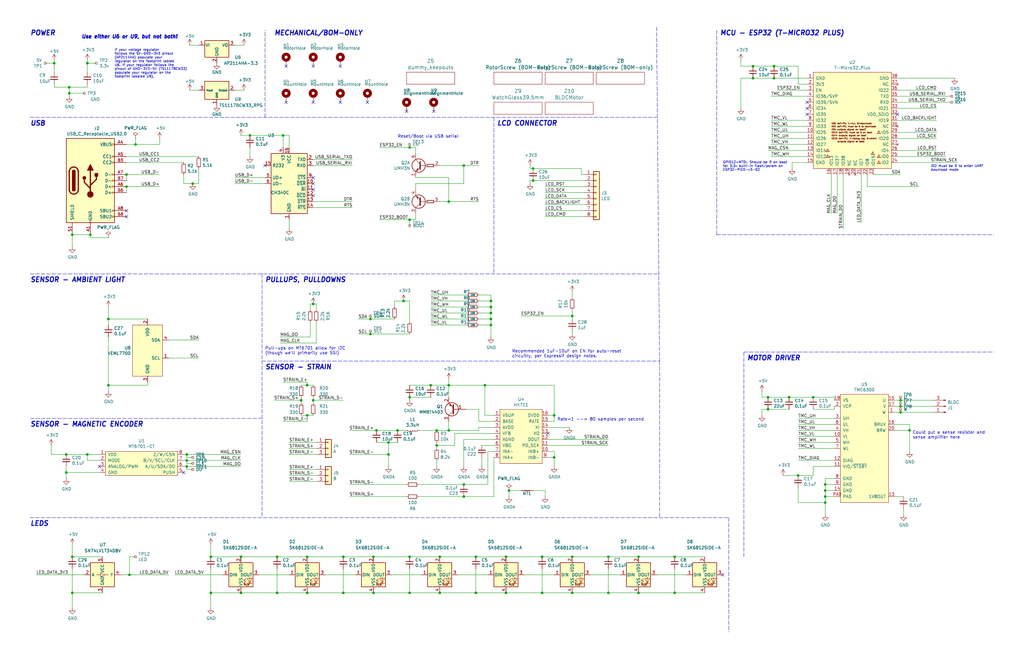
<source format=kicad_sch>
(kicad_sch (version 20231120) (generator "eeschema") (generator_version "8.0")
  (paper "B")
  (title_block (title "SmartKnob View") (rev "${RELEASE_VERSION}") (company "Scott Bezek") (comment 2 "${COMMIT_DATE_LONG}") (comment 3 "${COMMIT_HASH}"))
  (junction (at 200.66 250.19))
  (junction (at 228.6 234.95))
  (junction (at 36.83 191.77))
  (junction (at 81.28 77.47))
  (junction (at 323.85 167.64))
  (junction (at 144.78 250.19))
  (junction (at 172.72 250.19))
  (junction (at 29.21 39.37))
  (junction (at 269.24 250.19))
  (junction (at 184.15 187.96))
  (junction (at 204.47 162.56))
  (junction (at 332.74 167.64))
  (junction (at 129.54 175.26))
  (junction (at 207.01 137.16))
  (junction (at 105.41 57.15))
  (junction (at 195.58 209.55))
  (junction (at 284.48 234.95))
  (junction (at 228.6 250.19))
  (junction (at 347.98 209.55))
  (junction (at 379.73 171.45))
  (junction (at 78.74 194.31))
  (junction (at 88.9 234.95))
  (junction (at 189.23 162.56))
  (junction (at 129.54 234.95))
  (junction (at 45.72 162.56))
  (junction (at 207.01 132.08))
  (junction (at 317.5 27.94))
  (junction (at 200.66 234.95))
  (junction (at 241.3 133.35))
  (junction (at 317.5 33.02))
  (junction (at 144.78 234.95))
  (junction (at 184.15 181.61))
  (junction (at 241.3 250.19))
  (junction (at 323.85 172.72))
  (junction (at 129.54 162.56))
  (junction (at 195.58 204.47))
  (junction (at 129.54 250.19))
  (junction (at 256.54 250.19))
  (junction (at 101.6 250.19))
  (junction (at 342.9 167.64))
  (junction (at 78.74 196.85))
  (junction (at 167.64 181.61))
  (junction (at 27.94 191.77))
  (junction (at 213.36 234.95))
  (junction (at 326.39 27.94))
  (junction (at 189.23 85.09))
  (junction (at 38.1 99.06))
  (junction (at 78.74 191.77))
  (junction (at 53.34 78.74))
  (junction (at 157.48 234.95))
  (junction (at 383.54 181.61))
  (junction (at 29.21 36.83))
  (junction (at 172.72 234.95))
  (junction (at 347.98 212.09))
  (junction (at 172.72 167.64))
  (junction (at 156.21 140.97))
  (junction (at 157.48 250.19))
  (junction (at 132.08 128.27))
  (junction (at 101.6 234.95))
  (junction (at 185.42 234.95))
  (junction (at 207.01 127))
  (junction (at 36.83 26.67))
  (junction (at 347.98 207.01))
  (junction (at 116.84 234.95))
  (junction (at 284.48 250.19))
  (junction (at 30.48 250.19))
  (junction (at 45.72 134.62))
  (junction (at 54.61 242.57))
  (junction (at 30.48 234.95))
  (junction (at 233.68 193.04))
  (junction (at 269.24 234.95))
  (junction (at 22.86 26.67))
  (junction (at 213.36 250.19))
  (junction (at 53.34 73.66))
  (junction (at 170.18 127))
  (junction (at 326.39 33.02))
  (junction (at 189.23 181.61))
  (junction (at 158.75 181.61))
  (junction (at 224.79 71.12))
  (junction (at 163.83 191.77))
  (junction (at 163.83 186.69))
  (junction (at 156.21 134.62))
  (junction (at 233.68 175.26))
  (junction (at 181.61 162.56))
  (junction (at 241.3 234.95))
  (junction (at 336.55 200.66))
  (junction (at 224.79 76.2))
  (junction (at 132.08 168.91))
  (junction (at 195.58 69.85))
  (junction (at 379.73 173.99))
  (junction (at 207.01 129.54))
  (junction (at 27.94 199.39))
  (junction (at 172.72 92.71))
  (junction (at 379.73 168.91))
  (junction (at 185.42 250.19))
  (junction (at 119.38 57.15))
  (junction (at 116.84 250.19))
  (junction (at 127 168.91))
  (junction (at 214.63 207.01))
  (junction (at 88.9 250.19))
  (junction (at 57.15 60.96))
  (junction (at 172.72 62.23))
  (junction (at 347.98 204.47))
  (junction (at 256.54 234.95))
  (junction (at 207.01 134.62))
  (junction (at 30.48 99.06))
  (no_connect (at 132.08 43.18))
  (no_connect (at 231.14 182.88))
  (no_connect (at 132.08 77.47))
  (no_connect (at 132.08 74.93))
  (no_connect (at 304.8 242.57))
  (no_connect (at 132.08 27.94))
  (no_connect (at 340.36 45.72))
  (no_connect (at 132.08 80.01))
  (no_connect (at 340.36 48.26))
  (no_connect (at 120.65 27.94))
  (no_connect (at 111.76 69.85))
  (no_connect (at 53.34 91.44))
  (no_connect (at 77.47 199.39))
  (no_connect (at 120.65 43.18))
  (no_connect (at 378.46 48.26))
  (no_connect (at 171.45 46.99))
  (no_connect (at 154.94 43.18))
  (no_connect (at 143.51 43.18))
  (no_connect (at 53.34 88.9))
  (no_connect (at 182.88 46.99))
  (no_connect (at 340.36 43.18))
  (no_connect (at 132.08 82.55))
  (no_connect (at 143.51 27.94))
  (no_connect (at 41.91 196.85))
  (wire (pts (xy 80.01 19.05) (xy 83.82 19.05)))
  (wire (pts (xy 88.9 240.03) (xy 88.9 250.19)))
  (wire (pts (xy 220.98 242.57) (xy 233.68 242.57)))
  (wire (pts (xy 231.14 180.34) (xy 240.03 180.34)))
  (wire (pts (xy 157.48 234.95) (xy 172.72 234.95)))
  (wire (pts (xy 144.78 234.95) (xy 157.48 234.95)))
  (wire (pts (xy 353.06 73.66) (xy 353.06 90.17)))
  (wire (pts (xy 229.87 207.01) (xy 229.87 209.55)))
  (wire (pts (xy 321.31 167.64) (xy 323.85 167.64)))
  (wire (pts (xy 121.92 62.23) (xy 121.92 57.15)))
  (wire (pts (xy 228.6 234.95) (xy 241.3 234.95)))
  (wire (pts (xy 53.34 68.58) (xy 77.47 68.58)))
  (wire (pts (xy 207.01 124.46) (xy 207.01 127)))
  (wire (pts (xy 207.01 137.16) (xy 207.01 142.24)))
  (wire (pts (xy 241.3 125.73) (xy 241.3 123.19)))
  (wire (pts (xy 196.85 172.72) (xy 201.93 172.72)))
  (wire (pts (xy 81.28 198.12) (xy 78.74 198.12)))
  (wire (pts (xy 36.83 194.31) (xy 36.83 191.77)))
  (wire (pts (xy 377.19 181.61) (xy 383.54 181.61)))
  (wire (pts (xy 223.52 69.85) (xy 223.52 71.12)))
  (wire (pts (xy 151.13 134.62) (xy 156.21 134.62)))
  (wire (pts (xy 45.72 134.62) (xy 62.23 134.62)))
  (wire (pts (xy 351.79 209.55) (xy 347.98 209.55)))
  (wire (pts (xy 29.21 39.37) (xy 29.21 40.64)))
  (wire (pts (xy 116.84 250.19) (xy 129.54 250.19)))
  (wire (pts (xy 105.41 62.23) (xy 105.41 66.04)))
  (wire (pts (xy 137.16 242.57) (xy 149.86 242.57)))
  (polyline (pts (xy 208.28 49.53) (xy 208.28 115.57)) (stroke (width 0) (type dash)))
  (polyline (pts (xy 12.7 218.44) (xy 307.34 218.44)) (stroke (width 0) (type dash)))
  (wire (pts (xy 378.46 66.04) (xy 398.78 66.04)))
  (wire (pts (xy 54.61 242.57) (xy 71.12 242.57)))
  (wire (pts (xy 200.66 250.19) (xy 213.36 250.19)))
  (wire (pts (xy 156.21 134.62) (xy 166.37 134.62)))
  (wire (pts (xy 378.46 68.58) (xy 403.86 68.58)))
  (wire (pts (xy 241.3 250.19) (xy 256.54 250.19)))
  (wire (pts (xy 175.26 62.23) (xy 175.26 64.77)))
  (wire (pts (xy 38.1 99.06) (xy 38.1 100.33)))
  (wire (pts (xy 269.24 250.19) (xy 284.48 250.19)))
  (wire (pts (xy 116.84 240.03) (xy 116.84 250.19)))
  (wire (pts (xy 351.79 189.23) (xy 336.55 189.23)))
  (wire (pts (xy 176.53 204.47) (xy 195.58 204.47)))
  (wire (pts (xy 241.3 133.35) (xy 241.3 130.81)))
  (polyline (pts (xy 313.69 234.95) (xy 313.69 148.59)) (stroke (width 0) (type dash)))
  (wire (pts (xy 53.34 66.04) (xy 83.82 66.04)))
  (wire (pts (xy 127 168.91) (xy 127 170.18)))
  (wire (pts (xy 200.66 240.03) (xy 200.66 250.19)))
  (wire (pts (xy 246.38 83.82) (xy 229.87 83.82)))
  (wire (pts (xy 80.01 38.1) (xy 83.82 38.1)))
  (wire (pts (xy 231.14 190.5) (xy 233.68 190.5)))
  (wire (pts (xy 330.2 200.66) (xy 336.55 200.66)))
  (wire (pts (xy 377.19 209.55) (xy 381 209.55)))
  (wire (pts (xy 166.37 127) (xy 170.18 127)))
  (wire (pts (xy 115.57 168.91) (xy 127 168.91)))
  (wire (pts (xy 27.94 199.39) (xy 27.94 201.93)))
  (wire (pts (xy 195.58 209.55) (xy 208.28 209.55)))
  (wire (pts (xy 195.58 185.42) (xy 195.58 196.85)))
  (wire (pts (xy 176.53 181.61) (xy 184.15 181.61)))
  (wire (pts (xy 231.14 193.04) (xy 233.68 193.04)))
  (wire (pts (xy 233.68 175.26) (xy 231.14 175.26)))
  (wire (pts (xy 323.85 167.64) (xy 332.74 167.64)))
  (wire (pts (xy 189.23 162.56) (xy 189.23 160.02)))
  (wire (pts (xy 189.23 85.09) (xy 201.93 85.09)))
  (wire (pts (xy 158.75 186.69) (xy 163.83 186.69)))
  (wire (pts (xy 81.28 77.47) (xy 83.82 77.47)))
  (wire (pts (xy 379.73 168.91) (xy 393.7 168.91)))
  (wire (pts (xy 111.76 74.93) (xy 99.06 74.93)))
  (wire (pts (xy 394.97 50.8) (xy 378.46 50.8)))
  (wire (pts (xy 78.74 194.31) (xy 101.6 194.31)))
  (wire (pts (xy 365.76 78.74) (xy 387.35 78.74)))
  (wire (pts (xy 383.54 181.61) (xy 383.54 190.5)))
  (wire (pts (xy 172.72 127) (xy 172.72 135.89)))
  (wire (pts (xy 81.28 193.04) (xy 78.74 193.04)))
  (wire (pts (xy 78.74 195.58) (xy 78.74 194.31)))
  (wire (pts (xy 326.39 33.02) (xy 317.5 33.02)))
  (wire (pts (xy 351.79 184.15) (xy 336.55 184.15)))
  (wire (pts (xy 29.21 39.37) (xy 35.56 39.37)))
  (polyline (pts (xy 307.34 218.44) (xy 307.34 266.7)) (stroke (width 0) (type dash)))
  (wire (pts (xy 347.98 201.93) (xy 351.79 201.93)))
  (wire (pts (xy 172.72 234.95) (xy 185.42 234.95)))
  (wire (pts (xy 321.31 172.72) (xy 323.85 172.72)))
  (wire (pts (xy 83.82 151.13) (xy 71.12 151.13)))
  (wire (pts (xy 163.83 186.69) (xy 167.64 186.69)))
  (wire (pts (xy 121.92 57.15) (xy 119.38 57.15)))
  (wire (pts (xy 189.23 74.93) (xy 189.23 85.09)))
  (wire (pts (xy 336.55 27.94) (xy 326.39 27.94)))
  (wire (pts (xy 347.98 207.01) (xy 347.98 204.47)))
  (wire (pts (xy 336.55 35.56) (xy 336.55 27.94)))
  (wire (pts (xy 172.72 250.19) (xy 185.42 250.19)))
  (wire (pts (xy 347.98 209.55) (xy 347.98 207.01)))
  (wire (pts (xy 185.42 250.19) (xy 200.66 250.19)))
  (wire (pts (xy 171.45 204.47) (xy 147.32 204.47)))
  (wire (pts (xy 340.36 53.34) (xy 325.12 53.34)))
  (wire (pts (xy 184.15 186.69) (xy 184.15 187.96)))
  (wire (pts (xy 30.48 240.03) (xy 30.48 250.19)))
  (wire (pts (xy 378.46 40.64) (xy 401.32 40.64)))
  (wire (pts (xy 158.75 181.61) (xy 167.64 181.61)))
  (wire (pts (xy 351.79 176.53) (xy 336.55 176.53)))
  (wire (pts (xy 30.48 256.54) (xy 30.48 250.19)))
  (wire (pts (xy 233.68 190.5) (xy 233.68 193.04)))
  (wire (pts (xy 172.72 168.91) (xy 172.72 167.64)))
  (wire (pts (xy 81.28 195.58) (xy 78.74 195.58)))
  (wire (pts (xy 118.11 144.78) (xy 133.35 144.78)))
  (wire (pts (xy 201.93 172.72) (xy 201.93 177.8)))
  (wire (pts (xy 233.68 177.8) (xy 233.68 175.26)))
  (wire (pts (xy 342.9 200.66) (xy 342.9 196.85)))
  (wire (pts (xy 207.01 127) (xy 207.01 129.54)))
  (wire (pts (xy 204.47 175.26) (xy 208.28 175.26)))
  (wire (pts (xy 147.32 181.61) (xy 158.75 181.61)))
  (wire (pts (xy 201.93 129.54) (xy 207.01 129.54)))
  (wire (pts (xy 378.46 43.18) (xy 401.32 43.18)))
  (wire (pts (xy 121.92 186.69) (xy 133.35 186.69)))
  (wire (pts (xy 36.83 26.67) (xy 36.83 30.48)))
  (wire (pts (xy 246.38 73.66) (xy 245.11 73.66)))
  (wire (pts (xy 175.26 80.01) (xy 175.26 77.47)))
  (wire (pts (xy 147.32 209.55) (xy 171.45 209.55)))
  (wire (pts (xy 119.38 177.8) (xy 129.54 177.8)))
  (wire (pts (xy 181.61 167.64) (xy 172.72 167.64)))
  (wire (pts (xy 213.36 250.19) (xy 228.6 250.19)))
  (wire (pts (xy 147.32 191.77) (xy 163.83 191.77)))
  (wire (pts (xy 204.47 162.56) (xy 233.68 162.56)))
  (wire (pts (xy 203.2 187.96) (xy 208.28 187.96)))
  (wire (pts (xy 57.15 234.95) (xy 54.61 234.95)))
  (wire (pts (xy 175.26 74.93) (xy 189.23 74.93)))
  (wire (pts (xy 340.36 58.42) (xy 325.12 58.42)))
  (wire (pts (xy 127 175.26) (xy 129.54 175.26)))
  (wire (pts (xy 200.66 234.95) (xy 213.36 234.95)))
  (wire (pts (xy 132.08 168.91) (xy 144.78 168.91)))
  (wire (pts (xy 77.47 194.31) (xy 78.74 194.31)))
  (wire (pts (xy 78.74 196.85) (xy 101.6 196.85)))
  (wire (pts (xy 36.83 25.4) (xy 36.83 26.67)))
  (wire (pts (xy 121.92 191.77) (xy 133.35 191.77)))
  (wire (pts (xy 269.24 234.95) (xy 284.48 234.95)))
  (wire (pts (xy 172.72 62.23) (xy 175.26 62.23)))
  (wire (pts (xy 214.63 207.01) (xy 219.71 207.01)))
  (wire (pts (xy 207.01 134.62) (xy 207.01 137.16)))
  (wire (pts (xy 129.54 162.56) (xy 132.08 162.56)))
  (wire (pts (xy 151.13 140.97) (xy 156.21 140.97)))
  (wire (pts (xy 175.26 90.17) (xy 175.26 92.71)))
  (wire (pts (xy 342.9 167.64) (xy 332.74 167.64)))
  (wire (pts (xy 78.74 198.12) (xy 78.74 196.85)))
  (wire (pts (xy 394.97 58.42) (xy 378.46 58.42)))
  (wire (pts (xy 196.85 137.16) (xy 181.61 137.16)))
  (wire (pts (xy 133.35 128.27) (xy 133.35 130.81)))
  (wire (pts (xy 347.98 212.09) (xy 347.98 209.55)))
  (wire (pts (xy 231.14 177.8) (xy 233.68 177.8)))
  (wire (pts (xy 334.01 71.12) (xy 334.01 68.58)))
  (wire (pts (xy 132.08 87.63) (xy 148.59 87.63)))
  (wire (pts (xy 208.28 193.04) (xy 208.28 209.55)))
  (wire (pts (xy 116.84 234.95) (xy 129.54 234.95)))
  (wire (pts (xy 378.46 63.5) (xy 394.97 63.5)))
  (polyline (pts (xy 302.26 99.06) (xy 302.26 12.7)) (stroke (width 0) (type dash)))
  (wire (pts (xy 185.42 69.85) (xy 195.58 69.85)))
  (wire (pts (xy 340.36 63.5) (xy 323.85 63.5)))
  (wire (pts (xy 379.73 173.99) (xy 377.19 173.99)))
  (wire (pts (xy 119.38 161.29) (xy 129.54 161.29)))
  (wire (pts (xy 231.14 185.42) (xy 256.54 185.42)))
  (wire (pts (xy 29.21 36.83) (xy 36.83 36.83)))
  (wire (pts (xy 45.72 137.16) (xy 45.72 134.62)))
  (wire (pts (xy 53.34 78.74) (xy 67.31 78.74)))
  (wire (pts (xy 132.08 128.27) (xy 133.35 128.27)))
  (wire (pts (xy 130.81 135.89) (xy 130.81 142.24)))
  (wire (pts (xy 336.55 205.74) (xy 336.55 212.09)))
  (wire (pts (xy 77.47 73.66) (xy 77.47 77.47)))
  (wire (pts (xy 195.58 77.47) (xy 195.58 69.85)))
  (wire (pts (xy 38.1 99.06) (xy 30.48 99.06)))
  (wire (pts (xy 340.36 50.8) (xy 325.12 50.8)))
  (wire (pts (xy 351.79 204.47) (xy 347.98 204.47)))
  (wire (pts (xy 321.31 165.1) (xy 321.31 167.64)))
  (wire (pts (xy 166.37 129.54) (xy 166.37 127)))
  (polyline (pts (xy 110.49 176.53) (xy 12.7 176.53)) (stroke (width 0) (type dash)))
  (wire (pts (xy 196.85 132.08) (xy 181.61 132.08)))
  (wire (pts (xy 185.42 234.95) (xy 200.66 234.95)))
  (polyline (pts (xy 313.69 148.59) (xy 419.1 148.59)) (stroke (width 0) (type dash)))
  (wire (pts (xy 77.47 191.77) (xy 78.74 191.77)))
  (wire (pts (xy 340.36 40.64) (xy 325.12 40.64)))
  (wire (pts (xy 172.72 60.96) (xy 172.72 62.23)))
  (wire (pts (xy 207.01 127) (xy 201.93 127)))
  (wire (pts (xy 233.68 193.04) (xy 233.68 196.85)))
  (wire (pts (xy 326.39 27.94) (xy 317.5 27.94)))
  (wire (pts (xy 219.71 133.35) (xy 241.3 133.35)))
  (wire (pts (xy 355.6 73.66) (xy 355.6 96.52)))
  (wire (pts (xy 340.36 55.88) (xy 325.12 55.88)))
  (wire (pts (xy 340.36 35.56) (xy 336.55 35.56)))
  (wire (pts (xy 377.19 179.07) (xy 383.54 179.07)))
  (wire (pts (xy 336.55 212.09) (xy 347.98 212.09)))
  (wire (pts (xy 121.92 203.2) (xy 133.35 203.2)))
  (wire (pts (xy 351.79 167.64) (xy 342.9 167.64)))
  (wire (pts (xy 121.92 200.66) (xy 133.35 200.66)))
  (wire (pts (xy 284.48 240.03) (xy 284.48 250.19)))
  (wire (pts (xy 29.21 36.83) (xy 29.21 39.37)))
  (wire (pts (xy 276.86 242.57) (xy 289.56 242.57)))
  (wire (pts (xy 101.6 234.95) (xy 116.84 234.95)))
  (wire (pts (xy 347.98 204.47) (xy 347.98 201.93)))
  (wire (pts (xy 132.08 167.64) (xy 132.08 168.91)))
  (wire (pts (xy 379.73 167.64) (xy 379.73 168.91)))
  (wire (pts (xy 99.06 19.05) (xy 102.87 19.05)))
  (wire (pts (xy 340.36 33.02) (xy 326.39 33.02)))
  (polyline (pts (xy 12.7 115.57) (xy 278.13 115.57)) (stroke (width 0) (type dash)))
  (wire (pts (xy 129.54 250.19) (xy 144.78 250.19)))
  (wire (pts (xy 172.72 95.25) (xy 172.72 92.71)))
  (wire (pts (xy 201.93 134.62) (xy 207.01 134.62)))
  (wire (pts (xy 41.91 194.31) (xy 36.83 194.31)))
  (wire (pts (xy 207.01 129.54) (xy 207.01 132.08)))
  (wire (pts (xy 30.48 99.06) (xy 30.48 104.14)))
  (wire (pts (xy 381 214.63) (xy 381 217.17)))
  (wire (pts (xy 77.47 196.85) (xy 78.74 196.85)))
  (wire (pts (xy 175.26 77.47) (xy 195.58 77.47)))
  (wire (pts (xy 88.9 229.87) (xy 88.9 234.95)))
  (polyline (pts (xy 12.7 49.53) (xy 276.86 49.53)) (stroke (width 0) (type dash)))
  (wire (pts (xy 351.79 172.72) (xy 351.79 171.45)))
  (wire (pts (xy 368.3 73.66) (xy 379.73 73.66)))
  (wire (pts (xy 347.98 207.01) (xy 351.79 207.01)))
  (wire (pts (xy 45.72 165.1) (xy 45.72 162.56)))
  (wire (pts (xy 350.52 73.66) (xy 350.52 90.17)))
  (wire (pts (xy 201.93 177.8) (xy 208.28 177.8)))
  (wire (pts (xy 351.79 168.91) (xy 351.79 167.64)))
  (wire (pts (xy 351.79 196.85) (xy 342.9 196.85)))
  (wire (pts (xy 121.92 96.52) (xy 121.92 92.71)))
  (wire (pts (xy 256.54 250.19) (xy 269.24 250.19)))
  (wire (pts (xy 22.86 26.67) (xy 22.86 30.48)))
  (wire (pts (xy 379.73 170.18) (xy 379.73 171.45)))
  (wire (pts (xy 38.1 100.33) (xy 45.72 100.33)))
  (wire (pts (xy 88.9 234.95) (xy 101.6 234.95)))
  (wire (pts (xy 205.74 190.5) (xy 205.74 204.47)))
  (wire (pts (xy 160.02 62.23) (xy 172.72 62.23)))
  (wire (pts (xy 377.19 171.45) (xy 379.73 171.45)))
  (wire (pts (xy 15.24 242.57) (xy 35.56 242.57)))
  (wire (pts (xy 163.83 191.77) (xy 163.83 196.85)))
  (wire (pts (xy 119.38 57.15) (xy 119.38 62.23)))
  (polyline (pts (xy 276.86 11.43) (xy 278.13 152.4)) (stroke (width 0) (type dash)))
  (wire (pts (xy 121.92 189.23) (xy 133.35 189.23)))
  (wire (pts (xy 233.68 162.56) (xy 233.68 175.26)))
  (wire (pts (xy 132.08 67.31) (xy 148.59 67.31)))
  (wire (pts (xy 127 167.64) (xy 127 168.91)))
  (wire (pts (xy 99.06 77.47) (xy 111.76 77.47)))
  (wire (pts (xy 284.48 250.19) (xy 297.18 250.19)))
  (wire (pts (xy 29.21 36.83) (xy 22.86 36.83)))
  (wire (pts (xy 27.94 199.39) (xy 41.91 199.39)))
  (wire (pts (xy 248.92 242.57) (xy 261.62 242.57)))
  (wire (pts (xy 30.48 250.19) (xy 43.18 250.19)))
  (wire (pts (xy 129.54 161.29) (xy 129.54 162.56)))
  (wire (pts (xy 377.19 168.91) (xy 379.73 168.91)))
  (wire (pts (xy 334.01 68.58) (xy 340.36 68.58)))
  (wire (pts (xy 189.23 162.56) (xy 189.23 167.64)))
  (wire (pts (xy 175.26 92.71) (xy 172.72 92.71)))
  (wire (pts (xy 351.79 186.69) (xy 336.55 186.69)))
  (wire (pts (xy 312.42 33.02) (xy 317.5 33.02)))
  (wire (pts (xy 246.38 88.9) (xy 229.87 88.9)))
  (wire (pts (xy 53.34 78.74) (xy 53.34 81.28)))
  (wire (pts (xy 130.81 128.27) (xy 132.08 128.27)))
  (wire (pts (xy 351.79 194.31) (xy 336.55 194.31)))
  (polyline (pts (xy 110.49 152.4) (xy 278.13 152.4)) (stroke (width 0) (type dash)))
  (wire (pts (xy 189.23 177.8) (xy 189.23 181.61)))
  (wire (pts (xy 229.87 86.36) (xy 246.38 86.36)))
  (wire (pts (xy 196.85 124.46) (xy 181.61 124.46)))
  (wire (pts (xy 105.41 57.15) (xy 119.38 57.15)))
  (polyline (pts (xy 302.26 99.06) (xy 419.1 99.06)) (stroke (width 0) (type dash)))
  (wire (pts (xy 383.54 179.07) (xy 383.54 181.61)))
  (wire (pts (xy 77.47 77.47) (xy 81.28 77.47)))
  (wire (pts (xy 50.8 242.57) (xy 54.61 242.57)))
  (wire (pts (xy 195.58 209.55) (xy 176.53 209.55)))
  (wire (pts (xy 208.28 190.5) (xy 205.74 190.5)))
  (wire (pts (xy 321.31 172.72) (xy 321.31 175.26)))
  (wire (pts (xy 378.46 55.88) (xy 394.97 55.88)))
  (wire (pts (xy 121.92 198.12) (xy 133.35 198.12)))
  (wire (pts (xy 181.61 162.56) (xy 189.23 162.56)))
  (wire (pts (xy 129.54 175.26) (xy 129.54 177.8)))
  (wire (pts (xy 36.83 36.83) (xy 36.83 35.56)))
  (wire (pts (xy 22.86 36.83) (xy 22.86 35.56)))
  (wire (pts (xy 132.08 168.91) (xy 132.08 170.18)))
  (wire (pts (xy 189.23 181.61) (xy 201.93 181.61)))
  (wire (pts (xy 185.42 85.09) (xy 189.23 85.09)))
  (wire (pts (xy 57.15 60.96) (xy 67.31 60.96)))
  (wire (pts (xy 213.36 234.95) (xy 228.6 234.95)))
  (wire (pts (xy 327.66 38.1) (xy 340.36 38.1)))
  (wire (pts (xy 71.12 143.51) (xy 83.82 143.51)))
  (wire (pts (xy 118.11 142.24) (xy 130.81 142.24)))
  (wire (pts (xy 191.77 187.96) (xy 191.77 182.88)))
  (wire (pts (xy 378.46 45.72) (xy 394.97 45.72)))
  (wire (pts (xy 53.34 73.66) (xy 67.31 73.66)))
  (wire (pts (xy 172.72 92.71) (xy 160.02 92.71)))
  (wire (pts (xy 144.78 250.19) (xy 157.48 250.19)))
  (wire (pts (xy 231.14 187.96) (xy 256.54 187.96)))
  (wire (pts (xy 172.72 240.03) (xy 172.72 250.19)))
  (wire (pts (xy 223.52 71.12) (xy 224.79 71.12)))
  (wire (pts (xy 228.6 250.19) (xy 241.3 250.19)))
  (wire (pts (xy 36.83 26.67) (xy 40.64 26.67)))
  (wire (pts (xy 45.72 134.62) (xy 45.72 129.54)))
  (wire (pts (xy 378.46 33.02) (xy 402.59 33.02)))
  (wire (pts (xy 184.15 187.96) (xy 191.77 187.96)))
  (wire (pts (xy 27.94 191.77) (xy 21.59 191.77)))
  (wire (pts (xy 196.85 127) (xy 181.61 127)))
  (wire (pts (xy 394.97 38.1) (xy 378.46 38.1)))
  (wire (pts (xy 144.78 240.03) (xy 144.78 250.19)))
  (wire (pts (xy 203.2 193.04) (xy 203.2 196.85)))
  (wire (pts (xy 246.38 78.74) (xy 229.87 78.74)))
  (wire (pts (xy 196.85 134.62) (xy 181.61 134.62)))
  (wire (pts (xy 132.08 69.85) (xy 148.59 69.85)))
  (wire (pts (xy 129.54 175.26) (xy 132.08 175.26)))
  (wire (pts (xy 30.48 234.95) (xy 43.18 234.95)))
  (wire (pts (xy 340.36 60.96) (xy 325.12 60.96)))
  (wire (pts (xy 336.55 200.66) (xy 342.9 200.66)))
  (wire (pts (xy 88.9 256.54) (xy 88.9 250.19)))
  (wire (pts (xy 228.6 240.03) (xy 228.6 250.19)))
  (wire (pts (xy 156.21 140.97) (xy 172.72 140.97)))
  (wire (pts (xy 195.58 204.47) (xy 205.74 204.47)))
  (wire (pts (xy 36.83 191.77) (xy 41.91 191.77)))
  (wire (pts (xy 351.79 179.07) (xy 336.55 179.07)))
  (wire (pts (xy 54.61 234.95) (xy 54.61 242.57)))
  (wire (pts (xy 224.79 76.2) (xy 246.38 76.2)))
  (wire (pts (xy 22.86 25.4) (xy 22.86 26.67)))
  (wire (pts (xy 332.74 172.72) (xy 323.85 172.72)))
  (wire (pts (xy 312.42 33.02) (xy 312.42 45.72)))
  (wire (pts (xy 88.9 250.19) (xy 101.6 250.19)))
  (wire (pts (xy 53.34 60.96) (xy 57.15 60.96)))
  (wire (pts (xy 340.36 66.04) (xy 325.12 66.04)))
  (wire (pts (xy 224.79 207.01) (xy 229.87 207.01)))
  (wire (pts (xy 167.64 181.61) (xy 171.45 181.61)))
  (wire (pts (xy 208.28 185.42) (xy 195.58 185.42)))
  (wire (pts (xy 62.23 161.29) (xy 62.23 162.56)))
  (wire (pts (xy 163.83 186.69) (xy 163.83 191.77)))
  (wire (pts (xy 201.93 132.08) (xy 207.01 132.08)))
  (wire (pts (xy 363.22 93.98) (xy 363.22 73.66)))
  (wire (pts (xy 57.15 58.42) (xy 57.15 60.96)))
  (wire (pts (xy 170.18 127) (xy 172.72 127)))
  (wire (pts (xy 30.48 229.87) (xy 30.48 234.95)))
  (polyline (pts (xy 111.76 49.53) (xy 111.76 12.7)) (stroke (width 0) (type dash)))
  (wire (pts (xy 133.35 135.89) (xy 133.35 144.78)))
  (wire (pts (xy 184.15 189.23) (xy 184.15 187.96)))
  (wire (pts (xy 157.48 250.19) (xy 172.72 250.19)))
  (wire (pts (xy 204.47 162.56) (xy 204.47 175.26)))
  (wire (pts (xy 53.34 73.66) (xy 53.34 76.2)))
  (wire (pts (xy 365.76 78.74) (xy 365.76 73.66)))
  (wire (pts (xy 191.77 182.88) (xy 208.28 182.88)))
  (wire (pts (xy 172.72 162.56) (xy 181.61 162.56)))
  (wire (pts (xy 78.74 193.04) (xy 78.74 191.77)))
  (wire (pts (xy 201.93 137.16) (xy 207.01 137.16)))
  (wire (pts (xy 27.94 196.85) (xy 27.94 199.39)))
  (polyline (pts (xy 110.49 115.57) (xy 110.49 218.44)) (stroke (width 0) (type dash)))
  (wire (pts (xy 317.5 27.94) (xy 312.42 27.94)))
  (wire (pts (xy 45.72 162.56) (xy 45.72 142.24)))
  (wire (pts (xy 347.98 217.17) (xy 347.98 212.09)))
  (wire (pts (xy 223.52 76.2) (xy 224.79 76.2)))
  (wire (pts (xy 229.87 81.28) (xy 246.38 81.28)))
  (wire (pts (xy 129.54 234.95) (xy 144.78 234.95)))
  (wire (pts (xy 156.21 139.7) (xy 156.21 140.97)))
  (wire (pts (xy 189.23 162.56) (xy 204.47 162.56)))
  (wire (pts (xy 165.1 242.57) (xy 177.8 242.57)))
  (wire (pts (xy 67.31 58.42) (xy 67.31 60.96)))
  (wire (pts (xy 184.15 181.61) (xy 189.23 181.61)))
  (wire (pts (xy 109.22 242.57) (xy 121.92 242.57)))
  (wire (pts (xy 284.48 234.95) (xy 297.18 234.95)))
  (wire (pts (xy 101.6 250.19) (xy 116.84 250.19)))
  (wire (pts (xy 379.73 173.99) (xy 393.7 173.99)))
  (wire (pts (xy 62.23 162.56) (xy 45.72 162.56)))
  (wire (pts (xy 241.3 234.95) (xy 256.54 234.95)))
  (wire (pts (xy 36.83 191.77) (xy 27.94 191.77)))
  (wire (pts (xy 224.79 71.12) (xy 245.11 71.12)))
  (wire (pts (xy 132.08 85.09) (xy 148.59 85.09)))
  (wire (pts (xy 201.93 181.61) (xy 201.93 180.34)))
  (wire (pts (xy 201.93 124.46) (xy 207.01 124.46)))
  (wire (pts (xy 241.3 134.62) (xy 241.3 133.35)))
  (wire (pts (xy 256.54 234.95) (xy 269.24 234.95)))
  (wire (pts (xy 379.73 171.45) (xy 393.7 171.45)))
  (wire (pts (xy 214.63 209.55) (xy 214.63 207.01)))
  (wire (pts (xy 195.58 69.85) (xy 201.93 69.85)))
  (wire (pts (xy 101.6 57.15) (xy 105.41 57.15)))
  (wire (pts (xy 83.82 77.47) (xy 83.82 71.12)))
  (wire (pts (xy 19.05 26.67) (xy 22.86 26.67)))
  (wire (pts (xy 184.15 196.85) (xy 184.15 194.31)))
  (wire (pts (xy 229.87 91.44) (xy 246.38 91.44)))
  (wire (pts (xy 351.79 181.61) (xy 336.55 181.61)))
  (wire (pts (xy 127 162.56) (xy 129.54 162.56)))
  (wire (pts (xy 241.3 140.97) (xy 241.3 139.7)))
  (wire (pts (xy 342.9 172.72) (xy 351.79 172.72)))
  (wire (pts (xy 21.59 191.77) (xy 21.59 187.96)))
  (polyline (pts (xy 278.13 152.4) (xy 278.13 218.44)) (stroke (width 0) (type dash)))
  (wire (pts (xy 73.66 242.57) (xy 93.98 242.57)))
  (wire (pts (xy 312.42 27.94) (xy 312.42 25.4)))
  (wire (pts (xy 245.11 71.12) (xy 245.11 73.66)))
  (wire (pts (xy 196.85 129.54) (xy 181.61 129.54)))
  (wire (pts (xy 201.93 180.34) (xy 208.28 180.34)))
  (wire (pts (xy 99.06 38.1) (xy 102.87 38.1)))
  (wire (pts (xy 207.01 132.08) (xy 207.01 134.62)))
  (wire (pts (xy 193.04 242.57) (xy 205.74 242.57)))
  (wire (pts (xy 156.21 133.35) (xy 156.21 134.62)))
  (wire (pts (xy 130.81 130.81) (xy 130.81 128.27)))
  (wire (pts (xy 223.52 76.2) (xy 223.52 77.47)))
  (wire (pts (xy 379.73 172.72) (xy 379.73 173.99)))
  (wire (pts (xy 78.74 191.77) (xy 101.6 191.77)))
  (wire (pts (xy 256.54 240.03) (xy 256.54 250.19)))
  (text "POWER" (at 12.7 15.24 0) (effects (font (size 2.0066 2.0066) (thickness 0.4013) (bold yes) (italic yes)) (justify left bottom)))
  (text "Could put a sense resistor and\nsense amplifier here" (at 384.81 185.42 0) (effects (font (size 1.27 1.27)) (justify left bottom)))
  (text "MCU - ESP32 (T-MICRO32 PLUS)" (at 303.53 15.24 0) (effects (font (size 2.0066 2.0066) (thickness 0.4013) (bold yes) (italic yes)) (justify left bottom)))
  (text "If your voltage regulator\nfollows the 5V-GND-3V3 pinout\n(AP2114HA) populate your\nregulator on the footprint labled\nU6. If your regulator follows the\npinout of GND-3V3-5V (TS1117BCW33)\npopulate your regulator on the\nfootprint labaled U9)." (at 48.26 33.02 0) (effects (font (size 1 1)) (justify left bottom)))
  (text "SENSOR - MAGNETIC ENCODER" (at 12.7 180.34 0) (effects (font (size 2.0066 2.0066) (thickness 0.4013) (bold yes) (italic yes)) (justify left bottom)))
  (text "MOTOR DRIVER" (at 314.96 152.4 0) (effects (font (size 2.0066 2.0066) (thickness 0.4013) (bold yes) (italic yes)) (justify left bottom)))
  (text "MECHANICAL/BOM-ONLY" (at 115.57 15.24 0) (effects (font (size 2.0066 2.0066) (thickness 0.4013) (bold yes) (italic yes)) (justify left bottom)))
  (text "IO2 must be 0 to enter UART\ndownload mode" (at 392.43 72.39 0) (effects (font (size 0.9906 0.9906)) (justify left bottom)))
  (text "GPIO12=MTDI. Should be 0 on boot\nfor 3.3v built-in flash/psram on\nESP32-PICO-v3-02" (at 304.8 72.39 0) (effects (font (size 0.9906 0.9906)) (justify left bottom)))
  (text "Pull-ups on MT6701 allow for I2C\n(though we'll primarily use SSI)" (at 111.76 149.86 0) (effects (font (size 1.27 1.27)) (justify left bottom)))
  (text "Use either U6 or U9, but not both!" (at 34.29 16.51 0) (effects (font (size 1.5 1.5) (thickness 0.6) (bold yes) (italic yes)) (justify left bottom)))
  (text "Rate=1 --> 80 samples per second" (at 234.95 177.8 0) (effects (font (size 1.27 1.27)) (justify left bottom)))
  (text "SENSOR - AMBIENT LIGHT" (at 12.7 119.38 0) (effects (font (size 2.0066 2.0066) (thickness 0.4013) (bold yes) (italic yes)) (justify left bottom)))
  (text "Recommended 1uF-10uF on EN for auto-reset\ncircuitry, per Espressif design notes." (at 215.9 151.13 0) (effects (font (size 1.27 1.27)) (justify left bottom)))
  (text "USB" (at 12.7 53.34 0) (effects (font (size 2.0066 2.0066) (thickness 0.4013) (bold yes) (italic yes)) (justify left bottom)))
  (text "SENSOR - STRAIN" (at 111.76 156.21 0) (effects (font (size 2.0066 2.0066) (thickness 0.4013) (bold yes) (italic yes)) (justify left bottom)))
  (text "LEDS" (at 12.7 222.25 0) (effects (font (size 2.0066 2.0066) (thickness 0.4013) (bold yes) (italic yes)) (justify left bottom)))
  (text "PULLUPS, PULLDOWNS" (at 111.76 119.38 0) (effects (font (size 2.0066 2.0066) (thickness 0.4013) (bold yes) (italic yes)) (justify left bottom)))
  (text "LCD CONNECTOR" (at 209.55 53.34 0) (effects (font (size 2.0066 2.0066) (thickness 0.4013) (bold yes) (italic yes)) (justify left bottom)))
  (text "Reset/Boot via USB serial" (at 167.64 58.42 0) (effects (font (size 1.27 1.27)) (justify left bottom)))
  (label "STRAIN_E+" (at 121.92 198.12 0))
  (label "MAG_CSN" (at 101.6 191.77 180))
  (label "ESP32_BOOT" (at 398.78 66.04 180))
  (label "LCD_RST" (at 229.87 78.74 0))
  (label "TMC_VL" (at 181.61 137.16 0))
  (label "LCD_BACKLIGHT" (at 229.87 86.36 0))
  (label "STRAIN_S+" (at 121.92 189.23 0))
  (label "LCD_RST" (at 394.97 63.5 180))
  (label "TMC_VH" (at 325.12 60.96 0))
  (label "RTS" (at 148.59 87.63 180))
  (label "LED_DATA_5V" (at 73.66 242.57 0))
  (label "USB_SERIAL_TXO" (at 148.59 67.31 180))
  (label "SCL" (at 83.82 151.13 180))
  (label "USB_SERIAL_TXO" (at 398.78 43.18 180))
  (label "TMC_UL" (at 336.55 179.07 0))
  (label "STRAIN_E+" (at 121.92 186.69 0))
  (label "STRAIN_DO" (at 355.6 96.52 90))
  (label "STRAIN_E-" (at 147.32 191.77 0))
  (label "MAG_CSN" (at 323.85 63.5 0))
  (label "LCD_DATA" (at 394.97 55.88 180))
  (label "TMC_DIAG" (at 336.55 194.31 0))
  (label "ESP32_EN" (at 219.71 133.35 0))
  (label "TMC_WH" (at 325.12 66.04 0))
  (label "USB_CC2" (at 67.31 68.58 180))
  (label "RTS" (at 201.93 85.09 180))
  (label "USB_D-" (at 67.31 73.66 180))
  (label "TMC_UL" (at 325.12 55.88 0))
  (label "TMC_VH" (at 181.61 127 0))
  (label "USB_D+" (at 99.06 74.93 0))
  (label "LCD_SCK" (at 229.87 81.28 0))
  (label "TMC_UL" (at 181.61 132.08 0))
  (label "LED_DATA_5V" (at 71.12 242.57 180))
  (label "STRAIN_S+" (at 115.57 168.91 0))
  (label "TMC_VL" (at 325.12 50.8 0))
  (label "LCD_SCK" (at 394.97 58.42 180))
  (label "TMC_UH" (at 336.55 176.53 0))
  (label "TMC_VL" (at 336.55 184.15 0))
  (label "MAG_DO" (at 353.06 90.17 90))
  (label "ESP32_BOOT" (at 160.02 92.71 0))
  (label "STRAIN_S+" (at 147.32 209.55 0))
  (label "MAG_CLK" (at 350.52 90.17 90))
  (label "SDA" (at 83.82 143.51 180))
  (label "USB_D+" (at 67.31 78.74 180))
  (label "STRAIN_E-" (at 121.92 203.2 0))
  (label "SCL" (at 151.13 140.97 0))
  (label "TMC_UH" (at 325.12 58.42 0))
  (label "STRAIN_S-" (at 147.32 204.47 0))
  (label "SDA" (at 151.13 134.62 0))
  (label "MAG_DO" (at 101.6 196.85 180))
  (label "SCL" (at 387.35 78.74 180))
  (label "USB_CC1" (at 67.31 66.04 180))
  (label "ESP32_EN" (at 160.02 62.23 0))
  (label "USB_SERIAL_RXI" (at 148.59 69.85 180))
  (label "TMC_WH" (at 336.55 186.69 0))
  (label "MAG_DO" (at 118.11 142.24 0))
  (label "LCD_CS" (at 394.97 45.72 180))
  (label "LCD_CMD" (at 394.97 38.1 180))
  (label "TMC_WL" (at 181.61 134.62 0))
  (label "STRAIN_E+" (at 119.38 161.29 0))
  (label "STRAIN_E-" (at 119.38 177.8 0))
  (label "LCD_CS" (at 229.87 88.9 0))
  (label "STRAIN_SCK" (at 256.54 187.96 180))
  (label "TMC_UH" (at 181.61 124.46 0))
  (label "SDA" (at 379.73 73.66 180))
  (label "TMC_WL" (at 336.55 189.23 0))
  (label "LCD_DATA" (at 229.87 83.82 0))
  (label "STRAIN_SCK" (at 403.86 68.58 180))
  (label "TMC_WH" (at 181.61 129.54 0))
  (label "TMC_VH" (at 336.55 181.61 0))
  (label "LED_DATA_3V3" (at 363.22 93.98 90))
  (label "LCD_CMD" (at 229.87 91.44 0))
  (label "STRAIN_DO" (at 256.54 185.42 180))
  (label "DTR" (at 201.93 69.85 180))
  (label "DTR" (at 148.59 85.09 180))
  (label "STRAIN_E+" (at 147.32 181.61 0))
  (label "STRAIN_S-" (at 144.78 168.91 180))
  (label "TMC_DIAG" (at 325.12 40.64 0))
  (label "MAG_CLK" (at 101.6 194.31 180))
  (label "LED_DATA_3V3" (at 15.24 242.57 0))
  (label "USB_D-" (at 99.06 77.47 0))
  (label "ESP32_EN" (at 327.66 38.1 0))
  (label "TMC_WL" (at 325.12 53.34 0))
  (label "LCD_BACKLIGHT" (at 394.97 50.8 180))
  (label "USB_SERIAL_RXI" (at 398.78 40.64 180))
  (label "STRAIN_E-" (at 121.92 191.77 0))
  (label "MAG_CLK" (at 118.11 144.78 0))
  (label "STRAIN_S-" (at 121.92 200.66 0))
  (symbol (lib_id "MagnTek:MT6701-CT") (at 58.42 195.58 0) (unit 1)
    (property "Reference" "U1" (at 59.69 186.055 0))
    (property "Value" "MT6701-CT" (at 59.69 188.3664 0))
    (property "Footprint" "Package_SO:SOIC-8_3.9x4.9mm_P1.27mm" (effects (hide yes)))
    (property "LCSC" "C2856764, or C3003196" (effects (hide yes)))
    (property "Digikey" "N/A" (effects (hide yes)))
    (property "Mouser" "N/A" (effects (hide yes)))
  )
  (symbol (lib_id "SK6812:SK6812SIDE-A") (at 101.6 242.57 0) (unit 1)
    (property "Reference" "D1" (at 93.98 228.6 0) (effects (justify left)))
    (property "Value" "SK6812SIDE-A" (at 93.98 231.14 0) (effects (justify left)))
    (property "Footprint" "sk6812:SK6812-SIDE-A" (effects (hide yes)))
    (property "AliExpress" "https://www.aliexpress.com/item/10000009330139.html" (effects (hide yes)))
    (property "Digikey" "1528-4691-ND" (effects (hide yes)))
    (property "Mouser" "485-4691" (effects (hide yes)))
    (property "LCSC" "C2890037" (effects (hide yes)))
  )
  (symbol (lib_id "Device:C_Small") (at 88.9 237.49 0) (unit 1)
    (property "Reference" "C1" (at 91.2368 236.3216 0) (effects (justify left)))
    (property "Value" "0.1uF" (at 91.2368 238.633 0) (effects (justify left)))
    (property "Footprint" "Capacitor_SMD:C_0603_1608Metric" (effects (hide yes)))
    (property "LCSC" "C1591" (effects (hide yes)))
    (property "Digikey" "1276-1935-1-ND" (effects (hide yes)))
    (property "Mouser" "187-CL10B104KB8NNWC" (effects (hide yes)))
  )
  (symbol (lib_id "SK6812:SK6812SIDE-A") (at 129.54 242.57 0) (unit 1)
    (property "Reference" "D2" (at 121.92 228.6 0) (effects (justify left)))
    (property "Value" "SK6812SIDE-A" (at 121.92 231.14 0) (effects (justify left)))
    (property "Footprint" "sk6812:SK6812-SIDE-A" (effects (hide yes)))
    (property "AliExpress" "https://www.aliexpress.com/item/10000009330139.html" (effects (hide yes)))
    (property "Digikey" "1528-4691-ND" (effects (hide yes)))
    (property "Mouser" "485-4691" (effects (hide yes)))
    (property "LCSC" "C2890037" (effects (hide yes)))
  )
  (symbol (lib_id "Device:C_Small") (at 116.84 237.49 0) (unit 1)
    (property "Reference" "C2" (at 119.1768 236.3216 0) (effects (justify left)))
    (property "Value" "0.1uF" (at 119.1768 238.633 0) (effects (justify left)))
    (property "Footprint" "Capacitor_SMD:C_0603_1608Metric" (effects (hide yes)))
    (property "LCSC" "C1591" (effects (hide yes)))
    (property "Digikey" "1276-1935-1-ND" (effects (hide yes)))
    (property "Mouser" "187-CL10B104KB8NNWC" (effects (hide yes)))
  )
  (symbol (lib_id "SK6812:SK6812SIDE-A") (at 157.48 242.57 0) (unit 1)
    (property "Reference" "D3" (at 149.86 228.6 0) (effects (justify left)))
    (property "Value" "SK6812SIDE-A" (at 149.86 231.14 0) (effects (justify left)))
    (property "Footprint" "sk6812:SK6812-SIDE-A" (effects (hide yes)))
    (property "AliExpress" "https://www.aliexpress.com/item/10000009330139.html" (effects (hide yes)))
    (property "Digikey" "1528-4691-ND" (effects (hide yes)))
    (property "Mouser" "485-4691" (effects (hide yes)))
    (property "LCSC" "C2890037" (effects (hide yes)))
  )
  (symbol (lib_id "Device:C_Small") (at 144.78 237.49 0) (unit 1)
    (property "Reference" "C3" (at 147.1168 236.3216 0) (effects (justify left)))
    (property "Value" "0.1uF" (at 147.1168 238.633 0) (effects (justify left)))
    (property "Footprint" "Capacitor_SMD:C_0603_1608Metric" (effects (hide yes)))
    (property "LCSC" "C1591" (effects (hide yes)))
    (property "Digikey" "1276-1935-1-ND" (effects (hide yes)))
    (property "Mouser" "187-CL10B104KB8NNWC" (effects (hide yes)))
  )
  (symbol (lib_id "SK6812:SK6812SIDE-A") (at 185.42 242.57 0) (unit 1)
    (property "Reference" "D4" (at 177.8 228.6 0) (effects (justify left)))
    (property "Value" "SK6812SIDE-A" (at 177.8 231.14 0) (effects (justify left)))
    (property "Footprint" "sk6812:SK6812-SIDE-A" (effects (hide yes)))
    (property "AliExpress" "https://www.aliexpress.com/item/10000009330139.html" (effects (hide yes)))
    (property "Digikey" "1528-4691-ND" (effects (hide yes)))
    (property "Mouser" "485-4691" (effects (hide yes)))
    (property "LCSC" "C2890037" (effects (hide yes)))
  )
  (symbol (lib_id "Device:C_Small") (at 172.72 237.49 0) (unit 1)
    (property "Reference" "C4" (at 175.0568 236.3216 0) (effects (justify left)))
    (property "Value" "0.1uF" (at 175.0568 238.633 0) (effects (justify left)))
    (property "Footprint" "Capacitor_SMD:C_0603_1608Metric" (effects (hide yes)))
    (property "LCSC" "C1591" (effects (hide yes)))
    (property "Digikey" "1276-1935-1-ND" (effects (hide yes)))
    (property "Mouser" "187-CL10B104KB8NNWC" (effects (hide yes)))
  )
  (symbol (lib_id "SK6812:SK6812SIDE-A") (at 213.36 242.57 0) (unit 1)
    (property "Reference" "D5" (at 205.74 228.6 0) (effects (justify left)))
    (property "Value" "SK6812SIDE-A" (at 205.74 231.14 0) (effects (justify left)))
    (property "Footprint" "sk6812:SK6812-SIDE-A" (effects (hide yes)))
    (property "AliExpress" "https://www.aliexpress.com/item/10000009330139.html" (effects (hide yes)))
    (property "Digikey" "1528-4691-ND" (effects (hide yes)))
    (property "Mouser" "485-4691" (effects (hide yes)))
    (property "LCSC" "C2890037" (effects (hide yes)))
  )
  (symbol (lib_id "Device:C_Small") (at 200.66 237.49 0) (unit 1)
    (property "Reference" "C5" (at 202.9968 236.3216 0) (effects (justify left)))
    (property "Value" "0.1uF" (at 202.9968 238.633 0) (effects (justify left)))
    (property "Footprint" "Capacitor_SMD:C_0603_1608Metric" (effects (hide yes)))
    (property "LCSC" "C1591" (effects (hide yes)))
    (property "Digikey" "1276-1935-1-ND" (effects (hide yes)))
    (property "Mouser" "187-CL10B104KB8NNWC" (effects (hide yes)))
  )
  (symbol (lib_id "SK6812:SK6812SIDE-A") (at 241.3 242.57 0) (unit 1)
    (property "Reference" "D6" (at 233.68 228.6 0) (effects (justify left)))
    (property "Value" "SK6812SIDE-A" (at 233.68 231.14 0) (effects (justify left)))
    (property "Footprint" "sk6812:SK6812-SIDE-A" (effects (hide yes)))
    (property "AliExpress" "https://www.aliexpress.com/item/10000009330139.html" (effects (hide yes)))
    (property "Digikey" "1528-4691-ND" (effects (hide yes)))
    (property "Mouser" "485-4691" (effects (hide yes)))
    (property "LCSC" "C2890037" (effects (hide yes)))
  )
  (symbol (lib_id "Device:C_Small") (at 228.6 237.49 0) (unit 1)
    (property "Reference" "C6" (at 230.9368 236.3216 0) (effects (justify left)))
    (property "Value" "0.1uF" (at 230.9368 238.633 0) (effects (justify left)))
    (property "Footprint" "Capacitor_SMD:C_0603_1608Metric" (effects (hide yes)))
    (property "LCSC" "C1591" (effects (hide yes)))
    (property "Digikey" "1276-1935-1-ND" (effects (hide yes)))
    (property "Mouser" "187-CL10B104KB8NNWC" (effects (hide yes)))
  )
  (symbol (lib_id "SK6812:SK6812SIDE-A") (at 269.24 242.57 0) (unit 1)
    (property "Reference" "D7" (at 261.62 228.6 0) (effects (justify left)))
    (property "Value" "SK6812SIDE-A" (at 261.62 231.14 0) (effects (justify left)))
    (property "Footprint" "sk6812:SK6812-SIDE-A" (effects (hide yes)))
    (property "AliExpress" "https://www.aliexpress.com/item/10000009330139.html" (effects (hide yes)))
    (property "Digikey" "1528-4691-ND" (effects (hide yes)))
    (property "Mouser" "485-4691" (effects (hide yes)))
    (property "LCSC" "C2890037" (effects (hide yes)))
  )
  (symbol (lib_id "Device:C_Small") (at 256.54 237.49 0) (unit 1)
    (property "Reference" "C7" (at 258.8768 236.3216 0) (effects (justify left)))
    (property "Value" "0.1uF" (at 258.8768 238.633 0) (effects (justify left)))
    (property "Footprint" "Capacitor_SMD:C_0603_1608Metric" (effects (hide yes)))
    (property "LCSC" "C1591" (effects (hide yes)))
    (property "Digikey" "1276-1935-1-ND" (effects (hide yes)))
    (property "Mouser" "187-CL10B104KB8NNWC" (effects (hide yes)))
  )
  (symbol (lib_id "SK6812:SK6812SIDE-A") (at 297.18 242.57 0) (unit 1)
    (property "Reference" "D8" (at 289.56 228.6 0) (effects (justify left)))
    (property "Value" "SK6812SIDE-A" (at 289.56 231.14 0) (effects (justify left)))
    (property "Footprint" "sk6812:SK6812-SIDE-A" (effects (hide yes)))
    (property "AliExpress" "https://www.aliexpress.com/item/10000009330139.html" (effects (hide yes)))
    (property "Digikey" "1528-4691-ND" (effects (hide yes)))
    (property "Mouser" "485-4691" (effects (hide yes)))
    (property "LCSC" "C2890037" (effects (hide yes)))
  )
  (symbol (lib_id "Device:C_Small") (at 284.48 237.49 0) (unit 1)
    (property "Reference" "C8" (at 286.8168 236.3216 0) (effects (justify left)))
    (property "Value" "0.1uF" (at 286.8168 238.633 0) (effects (justify left)))
    (property "Footprint" "Capacitor_SMD:C_0603_1608Metric" (effects (hide yes)))
    (property "LCSC" "C1591" (effects (hide yes)))
    (property "Digikey" "1276-1935-1-ND" (effects (hide yes)))
    (property "Mouser" "187-CL10B104KB8NNWC" (effects (hide yes)))
  )
  (symbol (lib_id "power:+5V") (at 88.9 229.87 0) (unit 1)
    (property "Reference" "#PWR0101" (effects (hide yes)))
    (property "Value" "+5V" (at 89.281 225.4758 0))
  )
  (symbol (lib_id "power:GND") (at 88.9 256.54 0) (unit 1)
    (property "Reference" "#PWR0102" (effects (hide yes)))
    (property "Value" "GND" (at 89.027 260.9342 0))
  )
  (symbol (lib_id "Connector:Conn_01x03_Male") (at 398.78 171.45 180) (unit 1)
    (property "Reference" "J1" (at 399.4912 172.0596 0) (effects (justify right)))
    (property "Value" "BLDC" (at 399.4912 169.7482 0) (effects (justify right)))
    (property "Footprint" "Molex:532610371" (effects (hide yes)))
    (property "LCSC" "C293630" (effects (hide yes)))
    (property "Digikey" "WM7621CT-ND" (effects (hide yes)))
    (property "Mouser" "538-53261-0371" (effects (hide yes)))
  )
  (symbol (lib_id "Mechanical:MountingHole_Pad") (at 120.65 25.4 0) (unit 1)
    (property "Reference" "H1" (at 119.38 19.05 0) (effects (justify left)))
    (property "Value" "MotorHole" (at 119.38 20.32 0) (effects (justify left)))
    (property "Footprint" "Holes:MountingHole_M1.6" (effects (hide yes)))
    (property "Note" "Screw: M1.6x10 (countersunk), or M1.6x9 (pan/round). LCSC min qty 50 (but still very cheap)" (effects (hide yes)))
    (property "LCSC" "C2931389" (effects (hide yes)))
  )
  (symbol (lib_id "Mechanical:MountingHole_Pad") (at 132.08 25.4 0) (unit 1)
    (property "Reference" "H2" (at 130.81 19.05 0) (effects (justify left)))
    (property "Value" "MotorHole" (at 130.81 20.32 0) (effects (justify left)))
    (property "Footprint" "Holes:MountingHole_M1.6" (effects (hide yes)))
    (property "Note" "Screw: M1.6x10 (countersunk), or M1.6x9 (pan/round). LCSC min qty 50 (but still very cheap)" (effects (hide yes)))
    (property "LCSC" "C2931389" (effects (hide yes)))
  )
  (symbol (lib_id "Mechanical:MountingHole_Pad") (at 143.51 25.4 0) (unit 1)
    (property "Reference" "H3" (at 142.24 19.05 0) (effects (justify left)))
    (property "Value" "MotorHole" (at 142.24 20.32 0) (effects (justify left)))
    (property "Footprint" "Holes:MountingHole_M1.6" (effects (hide yes)))
    (property "Note" "Screw: M1.6x10 (countersunk), or M1.6x9 (pan/round). LCSC min qty 50 (but still very cheap)" (effects (hide yes)))
    (property "LCSC" "C2931389" (effects (hide yes)))
  )
  (symbol (lib_id "Mechanical:MountingHole_Pad") (at 120.65 40.64 0) (unit 1)
    (property "Reference" "H4" (at 119.38 34.29 0) (effects (justify left)))
    (property "Value" "MountHole" (at 119.38 35.56 0) (effects (justify left)))
    (property "Footprint" "Holes:MountingHole_2.2mm_M2_ISO7380_Pad_NonVirtual" (effects (hide yes)))
    (property "Note" "Screw: M2x5 (pan/round); Nut: M2 hex. LCSC min qty 50 (but still very cheap)" (effects (hide yes)))
    (property "LCSC" "C2911210 or C2911532 (screw), C2961595 (nut)" (effects (hide yes)))
  )
  (symbol (lib_id "Mechanical:MountingHole_Pad") (at 132.08 40.64 0) (unit 1)
    (property "Reference" "H5" (at 130.81 34.29 0) (effects (justify left)))
    (property "Value" "MountHole" (at 130.81 35.56 0) (effects (justify left)))
    (property "Footprint" "Holes:MountingHole_2.2mm_M2_ISO7380_Pad_NonVirtual" (effects (hide yes)))
    (property "Note" "Screw: M2x5 (pan/round); Nut: M2 hex. LCSC min qty 50 (but still very cheap)" (effects (hide yes)))
    (property "LCSC" "C2911210 or C2911532 (screw), C2961595 (nut)" (effects (hide yes)))
  )
  (symbol (lib_id "Mechanical:MountingHole_Pad") (at 143.51 40.64 0) (unit 1)
    (property "Reference" "H6" (at 142.24 34.29 0) (effects (justify left)))
    (property "Value" "MountHole" (at 142.24 35.56 0) (effects (justify left)))
    (property "Footprint" "Holes:MountingHole_2.2mm_M2_ISO7380_Pad_NonVirtual" (effects (hide yes)))
    (property "Note" "Screw: M2x5 (pan/round); Nut: M2 hex. LCSC min qty 50 (but still very cheap)" (effects (hide yes)))
    (property "LCSC" "C2911210 or C2911532 (screw), C2961595 (nut)" (effects (hide yes)))
  )
  (symbol (lib_id "Mechanical:MountingHole_Pad") (at 154.94 40.64 0) (unit 1)
    (property "Reference" "H7" (at 153.67 34.29 0) (effects (justify left)))
    (property "Value" "MountHole" (at 153.67 35.56 0) (effects (justify left)))
    (property "Footprint" "Holes:MountingHole_2.2mm_M2_ISO7380_Pad_NonVirtual" (effects (hide yes)))
    (property "Note" "Screw: M2x5 (pan/round); Nut: M2 hex. LCSC min qty 50 (but still very cheap)" (effects (hide yes)))
    (property "LCSC" "C2911210 or C2911532 (screw), C2961595 (nut)" (effects (hide yes)))
  )
  (symbol (lib_id "Connector:USB_C_Receptacle_USB2.0") (at 38.1 76.2 0) (unit 1)
    (property "Reference" "J2" (at 40.8178 54.1782 0))
    (property "Value" "USB_C_Receptacle_USB2.0" (at 40.8178 56.4896 0))
    (property "Footprint" "GCT_USB:USB4510_NoPaste" (effects (hide yes)))
    (property "Datasheet" "https://www.usb.org/sites/default/files/documents/usb_type-c.zip" (effects (hide yes)))
    (property "LCSC" "C428463" (effects (hide yes)))
    (property "Mouser" "640-USB4510031A" (effects (hide yes)))
    (property "Digikey" "USB4510-03-1-A" (effects (hide yes)))
  )
  (symbol (lib_id "Device:Q_PNP_BEC") (at 191.77 172.72 180) (unit 1)
    (property "Reference" "Q1" (at 186.9186 171.5516 0) (effects (justify left)))
    (property "Value" "MMBT4403" (at 186.9186 173.863 0) (effects (justify left)))
    (property "Footprint" "Package_TO_SOT_SMD:SOT-23" (effects (hide yes)))
    (property "LCSC" "C78864" (effects (hide yes)))
    (property "Digikey" "MMBT4403LT1GOSCT-ND" (effects (hide yes)))
    (property "Mouser" "241-MMBT4403R100001" (effects (hide yes)))
  )
  (symbol (lib_id "power:GND") (at 30.48 104.14 0) (unit 1)
    (property "Reference" "#PWR0103" (effects (hide yes)))
    (property "Value" "GND" (at 30.607 108.5342 0))
  )
  (symbol (lib_id "Device:R_Small") (at 83.82 68.58 0) (unit 1)
    (property "Reference" "R1" (at 85.3186 67.4116 0) (effects (justify left)))
    (property "Value" "5.1k" (at 85.3186 69.723 0) (effects (justify left)))
    (property "Footprint" "Resistor_SMD:R_0603_1608Metric" (effects (hide yes)))
    (property "LCSC" "C105580" (effects (hide yes)))
    (property "Digikey" "RMCF0603JT5K10CT-ND" (effects (hide yes)))
    (property "Mouser" "652-CR0603FX-5101ELF" (effects (hide yes)))
  )
  (symbol (lib_id "Device:R_Small") (at 77.47 71.12 0) (unit 1)
    (property "Reference" "R2" (at 78.9686 69.9516 0) (effects (justify left)))
    (property "Value" "5.1k" (at 78.9686 72.263 0) (effects (justify left)))
    (property "Footprint" "Resistor_SMD:R_0603_1608Metric" (effects (hide yes)))
    (property "LCSC" "C105580" (effects (hide yes)))
    (property "Digikey" "RMCF0603JT5K10CT-ND" (effects (hide yes)))
    (property "Mouser" "652-CR0603FX-5101ELF" (effects (hide yes)))
  )
  (symbol (lib_id "power:GND") (at 81.28 77.47 0) (unit 1)
    (property "Reference" "#PWR0104" (effects (hide yes)))
    (property "Value" "GND" (at 81.407 81.8642 0))
  )
  (symbol (lib_id "Device:R_Small") (at 184.15 184.15 0) (unit 1)
    (property "Reference" "R3" (at 185.6486 182.9816 0) (effects (justify left)))
    (property "Value" "10k" (at 185.6486 185.293 0) (effects (justify left)))
    (property "Footprint" "Resistor_SMD:R_0603_1608Metric" (effects (hide yes)))
    (property "LCSC" "C98220" (effects (hide yes)))
    (property "Digikey" "RMCF0603JT10K0CT-ND" (effects (hide yes)))
    (property "Mouser" "652-CR0603FX-1002ELF" (effects (hide yes)))
  )
  (symbol (lib_id "Device:R_Small") (at 184.15 191.77 0) (unit 1)
    (property "Reference" "R4" (at 185.6486 190.6016 0) (effects (justify left)))
    (property "Value" "8.2k" (at 185.6486 192.913 0) (effects (justify left)))
    (property "Footprint" "Resistor_SMD:R_0603_1608Metric" (effects (hide yes)))
    (property "LCSC" "C114637" (effects (hide yes)))
    (property "Digikey" "RMCF0603FT8K20CT-ND" (effects (hide yes)))
    (property "Mouser" "652-CR0603FX-8201ELF" (effects (hide yes)))
  )
  (symbol (lib_id "lilygo_micro32:T-Micro32_Plus") (at 359.41 50.8 0) (unit 1)
    (property "Reference" "U2" (at 359.41 26.289 0))
    (property "Value" "T-Micro32_Plus" (at 359.41 28.6004 0))
    (property "Footprint" "lilygo_micro32:T-Micro32" (effects (hide yes)))
    (property "AliExpress" "https://www.aliexpress.com/item/1005002308952882.html" (effects (hide yes)))
    (property "Digikey" "N/A" (effects (hide yes)))
    (property "LCSC" "N/A" (effects (hide yes)))
    (property "Mouser" "N/A" (effects (hide yes)))
  )
  (symbol (lib_id "Device:L_Small") (at 173.99 181.61 270) (unit 1)
    (property "Reference" "L1" (at 173.99 177.0126 90))
    (property "Value" "3.3uH" (at 173.99 179.324 90))
    (property "Footprint" "Inductor_SMD:L_0805_2012Metric" (effects (hide yes)))
    (property "LCSC" "C307744" (effects (hide yes)))
    (property "Digikey" "445-6394-1-ND" (effects (hide yes)))
    (property "Mouser" "810-MLZ2012A3R3WT000" (effects (hide yes)))
  )
  (symbol (lib_id "Device:C_Small") (at 167.64 184.15 0) (unit 1)
    (property "Reference" "C19" (at 169.9768 182.9816 0) (effects (justify left)))
    (property "Value" "0.1uF" (at 169.9768 185.293 0) (effects (justify left)))
    (property "Footprint" "Capacitor_SMD:C_0603_1608Metric" (effects (hide yes)))
    (property "LCSC" "C1591" (effects (hide yes)))
    (property "Digikey" "1276-1935-1-ND" (effects (hide yes)))
    (property "Mouser" "187-CL10B104KB8NNWC" (effects (hide yes)))
  )
  (symbol (lib_id "Interface_USB:CH340C") (at 121.92 77.47 0) (unit 1)
    (property "Reference" "U3" (at 114.3 57.15 0))
    (property "Value" "CH340C" (at 118.11 81.28 0))
    (property "Footprint" "Package_SO:SOIC-16_3.9x9.9mm_P1.27mm" (effects (hide yes)))
    (property "Datasheet" "https://datasheet.lcsc.com/szlcsc/Jiangsu-Qin-Heng-CH340C_C84681.pdf" (effects (hide yes)))
    (property "LCSC" "C84681" (effects (hide yes)))
    (property "Digikey" "N/A" (effects (hide yes)))
    (property "Mouser" "N/A" (effects (hide yes)))
  )
  (symbol (lib_id "Device:C_Small") (at 158.75 184.15 0) (unit 1)
    (property "Reference" "C18" (at 161.0868 182.9816 0) (effects (justify left)))
    (property "Value" "10uF" (at 161.0868 185.293 0) (effects (justify left)))
    (property "Footprint" "Capacitor_SMD:C_0805_2012Metric" (effects (hide yes)))
    (property "LCSC" "C15850" (effects (hide yes)))
    (property "Digikey" "1276-2891-1-ND" (effects (hide yes)))
    (property "Mouser" "187-CL21A106KAYNNNE" (effects (hide yes)))
  )
  (symbol (lib_id "strain:HX711") (at 219.71 184.15 0) (unit 1)
    (property "Reference" "U4" (at 219.71 168.529 0))
    (property "Value" "HX711" (at 219.71 170.8404 0))
    (property "Footprint" "Package_SO:SOIC-16_3.9x9.9mm_P1.27mm" (effects (hide yes)))
    (property "LCSC" "C43656" (effects (hide yes)))
    (property "Digikey" "N/A" (effects (hide yes)))
    (property "Mouser" "N/A" (effects (hide yes)))
  )
  (symbol (lib_id "Trinamic:TMC6300") (at 364.49 189.23 0) (unit 1)
    (property "Reference" "U5" (at 364.49 162.179 0))
    (property "Value" "TMC6300" (at 364.49 164.4904 0))
    (property "Footprint" "Modified:QFN-20-1EP_3x3mm_P0.4mm_EP1.65x1.65mm_ThermalVias_LargerViaHoles" (effects (hide yes)))
    (property "Digikey" "TMC6300-LA-T" (effects (hide yes)))
    (property "Mouser" "700-TMC6300-LA" (effects (hide yes)))
    (property "LCSC" "N/A" (effects (hide yes)))
  )
  (symbol (lib_id "no_pin:no_pin") (at 181.61 33.02 0) (unit 1)
    (property "Reference" "Z5" (at 181.61 25.7302 0) (effects (font (size 1.524 1.524))))
    (property "Value" "dummy_keepouts" (at 181.61 28.4226 0) (effects (font (size 1.524 1.524))))
    (property "Footprint" "view_custom:ViewKeepouts3d" (effects (hide yes)))
  )
  (symbol (lib_id "Regulator_Linear:AP7361C-33E") (at 91.44 19.05 0) (unit 1)
    (property "Reference" "U6" (at 100.33 24.13 0))
    (property "Value" "AP2114HA-3.3" (at 101.6 26.67 0))
    (property "Footprint" "Modified:SOT-223-3_TabPin2_InGndOut" (effects (hide yes)))
    (property "LCSC" "C460314" (effects (hide yes)))
    (property "Digikey" "AP2114HA-3.3TRG1DICT-ND, or MIC39100-3.3WS-CT-ND" (effects (hide yes)))
    (property "Mouser" "621-AP2114HA-3.3TRG1" (effects (hide yes)))
    (property "Note" "Populate either U6 or U9 - depending on pinout - but not both!" (effects (hide yes)))
  )
  (symbol (lib_id "power:GND") (at 29.21 40.64 0) (unit 1)
    (property "Reference" "#PWR0105" (effects (hide yes)))
    (property "Value" "GND" (at 29.337 45.0342 0))
  )
  (symbol (lib_id "Device:C_Small") (at 22.86 33.02 0) (unit 1)
    (property "Reference" "C9" (at 16.51 31.75 0) (effects (justify left)))
    (property "Value" "10uF" (at 16.51 34.29 0) (effects (justify left)))
    (property "Footprint" "Capacitor_SMD:C_0805_2012Metric" (effects (hide yes)))
    (property "LCSC" "C15850" (effects (hide yes)))
    (property "Digikey" "1276-2891-1-ND" (effects (hide yes)))
    (property "Mouser" "187-CL21A106KAYNNNE" (effects (hide yes)))
  )
  (symbol (lib_id "Device:C_Small") (at 36.83 33.02 0) (unit 1)
    (property "Reference" "C10" (at 39.1668 31.8516 0) (effects (justify left)))
    (property "Value" "10uF" (at 39.1668 34.163 0) (effects (justify left)))
    (property "Footprint" "Capacitor_SMD:C_0805_2012Metric" (effects (hide yes)))
    (property "LCSC" "C15850" (effects (hide yes)))
    (property "Digikey" "1276-2891-1-ND" (effects (hide yes)))
    (property "Mouser" "187-CL21A106KAYNNNE" (effects (hide yes)))
  )
  (symbol (lib_id "power:+3.3V") (at 36.83 25.4 0) (unit 1)
    (property "Reference" "#PWR0106" (effects (hide yes)))
    (property "Value" "+3V3" (at 37.211 21.0058 0))
  )
  (symbol (lib_id "power:+3.3V") (at 189.23 160.02 0) (unit 1)
    (property "Reference" "#PWR0116" (effects (hide yes)))
    (property "Value" "+3V3" (at 189.611 155.6258 0))
  )
  (symbol (lib_id "Device:C_Small") (at 172.72 165.1 0) (unit 1)
    (property "Reference" "C16" (at 175.0568 163.9316 0) (effects (justify left)))
    (property "Value" "10uF" (at 175.0568 166.243 0) (effects (justify left)))
    (property "Footprint" "Capacitor_SMD:C_0805_2012Metric" (effects (hide yes)))
    (property "LCSC" "C15850" (effects (hide yes)))
    (property "Digikey" "1276-2891-1-ND" (effects (hide yes)))
    (property "Mouser" "187-CL21A106KAYNNNE" (effects (hide yes)))
  )
  (symbol (lib_id "Device:C_Small") (at 27.94 194.31 0) (unit 1)
    (property "Reference" "C20" (at 30.2768 193.1416 0) (effects (justify left)))
    (property "Value" "0.1uF" (at 30.2768 195.453 0) (effects (justify left)))
    (property "Footprint" "Capacitor_SMD:C_0603_1608Metric" (effects (hide yes)))
    (property "LCSC" "C1591" (effects (hide yes)))
    (property "Digikey" "1276-1935-1-ND" (effects (hide yes)))
    (property "Mouser" "187-CL10B104KB8NNWC" (effects (hide yes)))
  )
  (symbol (lib_id "Logic_LevelTranslator:SN74LV1T34DBV") (at 43.18 242.57 0) (unit 1)
    (property "Reference" "U7" (at 41.91 229.87 0) (effects (justify left)))
    (property "Value" "SN74LV1T34DBV" (at 35.56 232.41 0) (effects (justify left)))
    (property "Footprint" "Package_TO_SOT_SMD:SOT-23-5" (effects (hide yes)))
    (property "Datasheet" "https://www.ti.com/lit/ds/symlink/sn74lv1t34.pdf" (effects (hide yes)))
    (property "LCSC" "C100024" (effects (hide yes)))
    (property "Digikey" "296-37176-1-ND" (effects (hide yes)))
    (property "Mouser" "595-SN74LV1T34DBVR" (effects (hide yes)))
  )
  (symbol (lib_id "Connector:TestPoint_Small") (at 19.05 26.67 180) (unit 1)
    (property "Reference" "TP1" (at 17.8308 27.8384 0) (effects (justify left)))
    (property "Value" "5V" (at 17.78 25.4 0) (effects (justify left)))
    (property "Footprint" "Modified:TestPoint_Pad_D2.0mm_ValueSilk" (effects (hide yes)))
  )
  (symbol (lib_id "Device:C_Small") (at 30.48 237.49 0) (unit 1)
    (property "Reference" "C29" (at 32.8168 236.3216 0) (effects (justify left)))
    (property "Value" "0.1uF" (at 32.8168 238.633 0) (effects (justify left)))
    (property "Footprint" "Capacitor_SMD:C_0603_1608Metric" (effects (hide yes)))
    (property "LCSC" "C1591" (effects (hide yes)))
    (property "Digikey" "1276-1935-1-ND" (effects (hide yes)))
    (property "Mouser" "187-CL10B104KB8NNWC" (effects (hide yes)))
  )
  (symbol (lib_id "power:+5V") (at 30.48 229.87 0) (unit 1)
    (property "Reference" "#PWR0133" (effects (hide yes)))
    (property "Value" "+5V" (at 30.861 225.4758 0))
  )
  (symbol (lib_id "power:GND") (at 30.48 256.54 0) (unit 1)
    (property "Reference" "#PWR0134" (effects (hide yes)))
    (property "Value" "GND" (at 30.607 260.9342 0))
  )
  (symbol (lib_id "Device:C_Small") (at 342.9 170.18 0) (unit 1)
    (property "Reference" "C15" (at 345.2368 169.0116 0) (effects (justify left)))
    (property "Value" "0.1uF" (at 345.2368 171.323 0) (effects (justify left)))
    (property "Footprint" "Capacitor_SMD:C_0603_1608Metric" (effects (hide yes)))
    (property "LCSC" "C1591" (effects (hide yes)))
    (property "Digikey" "1276-1935-1-ND" (effects (hide yes)))
    (property "Mouser" "187-CL10B104KB8NNWC" (effects (hide yes)))
  )
  (symbol (lib_id "Device:C_Small") (at 332.74 170.18 0) (unit 1)
    (property "Reference" "C14" (at 335.0768 169.0116 0) (effects (justify left)))
    (property "Value" "0.1uF" (at 335.0768 171.323 0) (effects (justify left)))
    (property "Footprint" "Capacitor_SMD:C_0603_1608Metric" (effects (hide yes)))
    (property "LCSC" "C1591" (effects (hide yes)))
    (property "Digikey" "1276-1935-1-ND" (effects (hide yes)))
    (property "Mouser" "187-CL10B104KB8NNWC" (effects (hide yes)))
  )
  (symbol (lib_id "Device:C_Small") (at 323.85 170.18 0) (unit 1)
    (property "Reference" "C13" (at 326.1868 169.0116 0) (effects (justify left)))
    (property "Value" "22uF" (at 326.1868 171.323 0) (effects (justify left)))
    (property "Footprint" "Capacitor_SMD:C_0805_2012Metric" (effects (hide yes)))
    (property "LCSC" "C98190" (effects (hide yes)))
    (property "Digikey" "1276-CL21A226MAYNNNECT-ND" (effects (hide yes)))
    (property "Mouser" "187-CL21A226MAYNNNE" (effects (hide yes)))
  )
  (symbol (lib_id "Device:C_Small") (at 381 212.09 0) (unit 1)
    (property "Reference" "C21" (at 383.3368 210.9216 0) (effects (justify left)))
    (property "Value" "0.1uF" (at 383.3368 213.233 0) (effects (justify left)))
    (property "Footprint" "Capacitor_SMD:C_0603_1608Metric" (effects (hide yes)))
    (property "LCSC" "C1591" (effects (hide yes)))
    (property "Digikey" "1276-1935-1-ND" (effects (hide yes)))
    (property "Mouser" "187-CL10B104KB8NNWC" (effects (hide yes)))
  )
  (symbol (lib_id "Device:C_Small") (at 336.55 203.2 0) (unit 1)
    (property "Reference" "C17" (at 338.8868 202.0316 0) (effects (justify left)))
    (property "Value" "0.1uF" (at 338.8868 204.343 0) (effects (justify left)))
    (property "Footprint" "Capacitor_SMD:C_0603_1608Metric" (effects (hide yes)))
    (property "LCSC" "C1591" (effects (hide yes)))
    (property "Digikey" "1276-1935-1-ND" (effects (hide yes)))
    (property "Mouser" "187-CL10B104KB8NNWC" (effects (hide yes)))
  )
  (symbol (lib_id "power:GND") (at 381 217.17 0) (unit 1)
    (property "Reference" "#PWR0107" (effects (hide yes)))
    (property "Value" "GND" (at 381.127 221.5642 0))
  )
  (symbol (lib_id "Connector:TestPoint_Small") (at 40.64 26.67 0) (unit 1)
    (property "Reference" "TP2" (at 41.8592 25.5016 0) (effects (justify left)))
    (property "Value" "3.3v" (at 41.8592 27.813 0) (effects (justify left)))
    (property "Footprint" "Modified:TestPoint_Pad_D2.0mm_ValueSilk" (effects (hide yes)))
  )
  (symbol (lib_id "power:GND") (at 347.98 217.17 0) (unit 1)
    (property "Reference" "#PWR0108" (effects (hide yes)))
    (property "Value" "GND" (at 348.107 221.5642 0))
  )
  (symbol (lib_id "Device:C_Small") (at 203.2 190.5 180) (unit 1)
    (property "Reference" "C22" (at 200.8632 191.6684 0) (effects (justify left)))
    (property "Value" "0.1uF" (at 200.8632 189.357 0) (effects (justify left)))
    (property "Footprint" "Capacitor_SMD:C_0603_1608Metric" (effects (hide yes)))
    (property "LCSC" "C1591" (effects (hide yes)))
    (property "Digikey" "1276-1935-1-ND" (effects (hide yes)))
    (property "Mouser" "187-CL10B104KB8NNWC" (effects (hide yes)))
  )
  (symbol (lib_id "power:+3.3V") (at 330.2 200.66 0) (unit 1)
    (property "Reference" "#PWR0109" (effects (hide yes)))
    (property "Value" "+3V3" (at 330.581 196.2658 0))
  )
  (symbol (lib_id "power:GNDA") (at 195.58 196.85 0) (unit 1)
    (property "Reference" "#PWR0117" (effects (hide yes)))
    (property "Value" "GNDA" (at 195.707 201.2442 0))
  )
  (symbol (lib_id "power:GND") (at 383.54 190.5 0) (unit 1)
    (property "Reference" "#PWR0110" (effects (hide yes)))
    (property "Value" "GND" (at 383.667 194.8942 0))
  )
  (symbol (lib_id "Connector:TestPoint_Small") (at 35.56 39.37 0) (unit 1)
    (property "Reference" "TP3" (at 36.83 39.37 0) (effects (justify left)))
    (property "Value" "GND" (at 38.1 41.91 0) (effects (justify left)))
    (property "Footprint" "Modified:TestPoint_Pad_D2.0mm_ValueSilk" (effects (hide yes)))
  )
  (symbol (lib_id "power:GND") (at 121.92 96.52 0) (unit 1)
    (property "Reference" "#PWR0111" (effects (hide yes)))
    (property "Value" "GND" (at 122.047 100.9142 0))
  )
  (symbol (lib_id "power:+3.3V") (at 101.6 57.15 0) (unit 1)
    (property "Reference" "#PWR0112" (effects (hide yes)))
    (property "Value" "+3V3" (at 101.981 52.7558 0))
  )
  (symbol (lib_id "power:GNDA") (at 163.83 196.85 0) (unit 1)
    (property "Reference" "#PWR0118" (effects (hide yes)))
    (property "Value" "GNDA" (at 163.957 201.2442 0))
  )
  (symbol (lib_id "Device:C_Small") (at 105.41 59.69 0) (unit 1)
    (property "Reference" "C11" (at 107.7468 58.5216 0) (effects (justify left)))
    (property "Value" "0.1uF" (at 107.7468 60.833 0) (effects (justify left)))
    (property "Footprint" "Capacitor_SMD:C_0603_1608Metric" (effects (hide yes)))
    (property "LCSC" "C1591" (effects (hide yes)))
    (property "Digikey" "1276-1935-1-ND" (effects (hide yes)))
    (property "Mouser" "187-CL10B104KB8NNWC" (effects (hide yes)))
  )
  (symbol (lib_id "power:GND") (at 105.41 66.04 0) (unit 1)
    (property "Reference" "#PWR0113" (effects (hide yes)))
    (property "Value" "GND" (at 105.537 70.4342 0))
  )
  (symbol (lib_id "power:GNDA") (at 184.15 196.85 0) (unit 1)
    (property "Reference" "#PWR0119" (effects (hide yes)))
    (property "Value" "GNDA" (at 184.277 201.2442 0))
  )
  (symbol (lib_id "Device:C_Small") (at 241.3 137.16 0) (unit 1)
    (property "Reference" "C28" (at 243.6368 135.9916 0) (effects (justify left)))
    (property "Value" "1uF" (at 243.6368 138.303 0) (effects (justify left)))
    (property "Footprint" "Capacitor_SMD:C_0603_1608Metric" (effects (hide yes)))
    (property "Mouser" "187-CL10A105KA8NNNC" (effects (hide yes)))
    (property "LCSC" "C5673" (effects (hide yes)))
    (property "Digikey" "1276-1102-1-ND" (effects (hide yes)))
  )
  (symbol (lib_id "power:GNDA") (at 172.72 168.91 0) (unit 1)
    (property "Reference" "#PWR0120" (effects (hide yes)))
    (property "Value" "GNDA" (at 172.847 173.3042 0))
  )
  (symbol (lib_id "Device:R_Small") (at 130.81 133.35 0) (unit 1)
    (property "Reference" "R15" (at 125.8316 133.35 90))
    (property "Value" "2.2k" (at 128.143 133.35 90))
    (property "Footprint" "Resistor_SMD:R_0603_1608Metric" (effects (hide yes)))
    (property "LCSC" "C4190" (effects (hide yes)))
    (property "Digikey" "RMCF0603FT2K20CT-ND" (effects (hide yes)))
    (property "Mouser" "652-CR0603FX-2201ELF" (effects (hide yes)))
  )
  (symbol (lib_id "Device:R_Small") (at 133.35 133.35 180) (unit 1)
    (property "Reference" "R16" (at 138.3284 133.35 90))
    (property "Value" "2.2k" (at 136.017 133.35 90))
    (property "Footprint" "Resistor_SMD:R_0603_1608Metric" (effects (hide yes)))
    (property "LCSC" "C4190" (effects (hide yes)))
    (property "Digikey" "RMCF0603FT2K20CT-ND" (effects (hide yes)))
    (property "Mouser" "652-CR0603FX-2201ELF" (effects (hide yes)))
  )
  (symbol (lib_id "power:+3.3V") (at 132.08 128.27 0) (unit 1)
    (property "Reference" "#PWR0142" (effects (hide yes)))
    (property "Value" "+3V3" (at 132.461 123.8758 0))
  )
  (symbol (lib_id "Connector:TestPoint_Small") (at 57.15 234.95 0) (unit 1)
    (property "Reference" "TP12" (at 58.3692 233.7816 0) (effects (justify left)))
    (property "Value" "LED" (at 58.3692 236.093 0) (effects (justify left)))
    (property "Footprint" "Modified:TestPoint_Pad_D2.0mm_ValueSilk" (effects (hide yes)))
  )
  (symbol (lib_id "Device:C_Small") (at 181.61 165.1 0) (unit 1)
    (property "Reference" "C12" (at 183.9468 163.9316 0) (effects (justify left)))
    (property "Value" "0.1uF" (at 183.9468 166.243 0) (effects (justify left)))
    (property "Footprint" "Capacitor_SMD:C_0603_1608Metric" (effects (hide yes)))
    (property "LCSC" "C1591" (effects (hide yes)))
    (property "Digikey" "1276-1935-1-ND" (effects (hide yes)))
    (property "Mouser" "187-CL10B104KB8NNWC" (effects (hide yes)))
  )
  (symbol (lib_id "power:GNDA") (at 203.2 196.85 0) (unit 1)
    (property "Reference" "#PWR0121" (effects (hide yes)))
    (property "Value" "GNDA" (at 203.327 201.2442 0))
  )
  (symbol (lib_id "Device:C_Small") (at 195.58 207.01 180) (unit 1)
    (property "Reference" "C23" (at 193.2432 208.1784 0) (effects (justify left)))
    (property "Value" "0.1uF" (at 193.2432 205.867 0) (effects (justify left)))
    (property "Footprint" "Capacitor_SMD:C_0603_1608Metric" (effects (hide yes)))
    (property "LCSC" "C1591" (effects (hide yes)))
    (property "Digikey" "1276-1935-1-ND" (effects (hide yes)))
    (property "Mouser" "187-CL10B104KB8NNWC" (effects (hide yes)))
  )
  (symbol (lib_id "power:+3.3V") (at 21.59 187.96 0) (unit 1)
    (property "Reference" "#PWR0114" (effects (hide yes)))
    (property "Value" "+3V3" (at 21.971 183.5658 0))
  )
  (symbol (lib_id "power:GND") (at 27.94 201.93 0) (unit 1)
    (property "Reference" "#PWR0115" (effects (hide yes)))
    (property "Value" "GND" (at 28.067 206.3242 0))
  )
  (symbol (lib_id "Connector:TestPoint_Small") (at 81.28 193.04 0) (unit 1)
    (property "Reference" "TP9" (at 82.4992 191.8716 0) (effects (justify left)))
    (property "Value" "CSN" (at 82.55 193.04 0) (effects (justify left)))
    (property "Footprint" "Modified:TestPoint_Pad_D2.0mm_ValueSilk" (effects (hide yes)))
  )
  (symbol (lib_id "Device:R_Small") (at 199.39 124.46 90) (unit 1)
    (property "Reference" "R7" (at 198.12 123.19 90) (effects (justify left)))
    (property "Value" "10k" (at 199.39 124.46 90) (effects (font (size 0.7874 0.7874))))
    (property "Footprint" "Resistor_SMD:R_0603_1608Metric" (effects (hide yes)))
    (property "LCSC" "C98220" (effects (hide yes)))
    (property "Digikey" "RMCF0603JT10K0CT-ND" (effects (hide yes)))
    (property "Mouser" "652-CR0603FX-1002ELF" (effects (hide yes)))
  )
  (symbol (lib_id "Device:R_Small") (at 173.99 204.47 270) (unit 1)
    (property "Reference" "R5" (at 173.99 199.4916 90))
    (property "Value" "100" (at 173.99 201.803 90))
    (property "Footprint" "Resistor_SMD:R_0603_1608Metric" (effects (hide yes)))
    (property "LCSC" "C319953" (effects (hide yes)))
    (property "Digikey" "RMCF0603FT100RCT-ND" (effects (hide yes)))
    (property "Mouser" "652-CR0603FX-1000ELF" (effects (hide yes)))
  )
  (symbol (lib_id "Device:R_Small") (at 173.99 209.55 90) (unit 1)
    (property "Reference" "R6" (at 173.99 214.63 90))
    (property "Value" "100" (at 173.99 212.09 90))
    (property "Footprint" "Resistor_SMD:R_0603_1608Metric" (effects (hide yes)))
    (property "LCSC" "C319953" (effects (hide yes)))
    (property "Digikey" "RMCF0603FT100RCT-ND" (effects (hide yes)))
    (property "Mouser" "652-CR0603FX-1000ELF" (effects (hide yes)))
  )
  (symbol (lib_id "Device:R_Small") (at 199.39 127 90) (unit 1)
    (property "Reference" "R8" (at 198.12 125.73 90) (effects (justify left)))
    (property "Value" "10k" (at 199.39 127 90) (effects (font (size 0.7874 0.7874))))
    (property "Footprint" "Resistor_SMD:R_0603_1608Metric" (effects (hide yes)))
    (property "LCSC" "C98220" (effects (hide yes)))
    (property "Digikey" "RMCF0603JT10K0CT-ND" (effects (hide yes)))
    (property "Mouser" "652-CR0603FX-1002ELF" (effects (hide yes)))
  )
  (symbol (lib_id "Device:R_Small") (at 199.39 129.54 90) (unit 1)
    (property "Reference" "R9" (at 198.12 128.27 90) (effects (justify left)))
    (property "Value" "10k" (at 199.39 129.54 90) (effects (font (size 0.7874 0.7874))))
    (property "Footprint" "Resistor_SMD:R_0603_1608Metric" (effects (hide yes)))
    (property "LCSC" "C98220" (effects (hide yes)))
    (property "Digikey" "RMCF0603JT10K0CT-ND" (effects (hide yes)))
    (property "Mouser" "652-CR0603FX-1002ELF" (effects (hide yes)))
  )
  (symbol (lib_id "Device:R_Small") (at 199.39 132.08 90) (unit 1)
    (property "Reference" "R10" (at 198.12 130.81 90) (effects (justify left)))
    (property "Value" "10k" (at 199.39 132.08 90) (effects (font (size 0.7874 0.7874))))
    (property "Footprint" "Resistor_SMD:R_0603_1608Metric" (effects (hide yes)))
    (property "LCSC" "C98220" (effects (hide yes)))
    (property "Digikey" "RMCF0603JT10K0CT-ND" (effects (hide yes)))
    (property "Mouser" "652-CR0603FX-1002ELF" (effects (hide yes)))
  )
  (symbol (lib_id "Device:R_Small") (at 199.39 134.62 90) (unit 1)
    (property "Reference" "R11" (at 198.12 133.35 90) (effects (justify left)))
    (property "Value" "10k" (at 199.39 134.62 90) (effects (font (size 0.7874 0.7874))))
    (property "Footprint" "Resistor_SMD:R_0603_1608Metric" (effects (hide yes)))
    (property "LCSC" "C98220" (effects (hide yes)))
    (property "Digikey" "RMCF0603JT10K0CT-ND" (effects (hide yes)))
    (property "Mouser" "652-CR0603FX-1002ELF" (effects (hide yes)))
  )
  (symbol (lib_id "Device:R_Small") (at 199.39 137.16 90) (unit 1)
    (property "Reference" "R12" (at 198.12 135.89 90) (effects (justify left)))
    (property "Value" "10k" (at 199.39 137.16 90) (effects (font (size 0.7874 0.7874))))
    (property "Footprint" "Resistor_SMD:R_0603_1608Metric" (effects (hide yes)))
    (property "LCSC" "C98220" (effects (hide yes)))
    (property "Digikey" "RMCF0603JT10K0CT-ND" (effects (hide yes)))
    (property "Mouser" "652-CR0603FX-1002ELF" (effects (hide yes)))
  )
  (symbol (lib_id "power:GND") (at 207.01 142.24 0) (unit 1)
    (property "Reference" "#PWR0135" (effects (hide yes)))
    (property "Value" "GND" (at 207.137 146.6342 0))
  )
  (symbol (lib_id "power:GNDA") (at 233.68 196.85 0) (unit 1)
    (property "Reference" "#PWR0122" (effects (hide yes)))
    (property "Value" "GNDA" (at 233.807 201.2442 0))
  )
  (symbol (lib_id "Device:R_Small") (at 241.3 128.27 0) (unit 1)
    (property "Reference" "R17" (at 236.3216 128.27 90))
    (property "Value" "10k" (at 238.633 128.27 90))
    (property "Footprint" "Resistor_SMD:R_0603_1608Metric" (effects (hide yes)))
    (property "LCSC" "C98220" (effects (hide yes)))
    (property "Digikey" "RMCF0603JT10K0CT-ND" (effects (hide yes)))
    (property "Mouser" "652-CR0603FX-1002ELF" (effects (hide yes)))
  )
  (symbol (lib_id "power:+3.3V") (at 241.3 123.19 0) (unit 1)
    (property "Reference" "#PWR01" (effects (hide yes)))
    (property "Value" "+3V3" (at 241.681 118.7958 0))
  )
  (symbol (lib_id "Connector:TestPoint_Small") (at 172.72 60.96 0) (unit 1)
    (property "Reference" "TP13" (at 173.9392 59.7916 0) (effects (justify left)))
    (property "Value" "EN" (at 173.99 60.96 0) (effects (justify left)))
    (property "Footprint" "Modified:TestPoint_Pad_D2.0mm_ValueSilk" (effects (hide yes)))
  )
  (symbol (lib_id "Connector:TestPoint_Small") (at 81.28 195.58 0) (unit 1)
    (property "Reference" "TP10" (at 82.4992 194.4116 0) (effects (justify left)))
    (property "Value" "CLK" (at 82.55 195.58 0) (effects (justify left)))
    (property "Footprint" "Modified:TestPoint_Pad_D2.0mm_ValueSilk" (effects (hide yes)))
  )
  (symbol (lib_id "power:GNDA") (at 214.63 209.55 0) (unit 1)
    (property "Reference" "#PWR0123" (effects (hide yes)))
    (property "Value" "GNDA" (at 214.757 213.9442 0))
  )
  (symbol (lib_id "power:GND") (at 229.87 209.55 0) (unit 1)
    (property "Reference" "#PWR0124" (effects (hide yes)))
    (property "Value" "GND" (at 229.997 213.9442 0))
  )
  (symbol (lib_id "Connector:TestPoint_Small") (at 81.28 198.12 0) (unit 1)
    (property "Reference" "TP11" (at 82.4992 196.9516 0) (effects (justify left)))
    (property "Value" "DO" (at 82.55 198.12 0) (effects (justify left)))
    (property "Footprint" "Modified:TestPoint_Pad_D2.0mm_ValueSilk" (effects (hide yes)))
  )
  (symbol (lib_id "power:GNDA") (at 240.03 180.34 0) (unit 1)
    (property "Reference" "#PWR0125" (effects (hide yes)))
    (property "Value" "GNDA" (at 240.157 184.7342 0))
  )
  (symbol (lib_id "Connector:TestPoint_Small") (at 379.73 167.64 0) (unit 1)
    (property "Reference" "TP6" (at 380.9492 166.4716 0) (effects (justify left)))
    (property "Value" "U" (at 381 167.64 0) (effects (justify left)))
    (property "Footprint" "Modified:TestPoint_Pad_D2.0mm_ValueSilk" (effects (hide yes)))
  )
  (symbol (lib_id "power:GND") (at 241.3 140.97 0) (unit 1)
    (property "Reference" "#PWR02" (effects (hide yes)))
    (property "Value" "GND" (at 241.427 145.3642 0))
  )
  (symbol (lib_id "Connector:TestPoint_Small") (at 379.73 170.18 0) (unit 1)
    (property "Reference" "TP7" (at 380.9492 169.0116 0) (effects (justify left)))
    (property "Value" "V" (at 381 170.18 0) (effects (justify left)))
    (property "Footprint" "Modified:TestPoint_Pad_D2.0mm_ValueSilk" (effects (hide yes)))
  )
  (symbol (lib_id "Connector:TestPoint_Small") (at 379.73 172.72 0) (unit 1)
    (property "Reference" "TP8" (at 380.9492 171.5516 0) (effects (justify left)))
    (property "Value" "W" (at 381 172.72 0) (effects (justify left)))
    (property "Footprint" "Modified:TestPoint_Pad_D2.0mm_ValueSilk" (effects (hide yes)))
  )
  (symbol (lib_id "Connector_Generic:Conn_01x08") (at 251.46 81.28 0) (unit 1)
    (property "Reference" "J3" (at 253.492 81.4832 0) (effects (justify left)))
    (property "Value" "LCD" (at 253.492 83.7946 0) (effects (justify left)))
    (property "Footprint" "SolderPads:SolderPads_2mm_8" (effects (hide yes)))
  )
  (symbol (lib_id "Transistor_BJT:UMH3N") (at 180.34 69.85 0) (mirror y) (unit 1)
    (property "Reference" "Q2" (at 172.9486 68.6816 0) (effects (justify left)))
    (property "Value" "UMH3N" (at 172.9486 70.993 0) (effects (justify left)))
    (property "Footprint" "Package_TO_SOT_SMD:SOT-363_SC-70-6" (effects (hide yes)))
    (property "Datasheet" "http://rohmfs.rohm.com/en/products/databook/datasheet/discrete/transistor/digital/emh3t2r-e.pdf" (effects (hide yes)))
    (property "LCSC" "C62892" (effects (hide yes)))
    (property "Digikey" "UMH3NTNCT-ND" (effects (hide yes)))
    (property "Mouser" "755-UMH3NTN" (effects (hide yes)))
  )
  (symbol (lib_id "Transistor_BJT:UMH3N") (at 180.34 85.09 180) (unit 2)
    (property "Reference" "Q2" (at 172.9486 83.9216 0) (effects (justify left)))
    (property "Value" "UMH3N" (at 172.9486 86.233 0) (effects (justify left)))
    (property "Footprint" "Package_TO_SOT_SMD:SOT-363_SC-70-6" (effects (hide yes)))
    (property "Datasheet" "http://rohmfs.rohm.com/en/products/databook/datasheet/discrete/transistor/digital/emh3t2r-e.pdf" (effects (hide yes)))
    (property "LCSC" "C62892" (effects (hide yes)))
    (property "Digikey" "UMH3NTNCT-ND" (effects (hide yes)))
    (property "Mouser" "755-UMH3NTN" (effects (hide yes)))
  )
  (symbol (lib_id "Connector:TestPoint_Small") (at 156.21 133.35 0) (unit 1)
    (property "Reference" "TP4" (at 157.4292 132.1816 0) (effects (justify left)))
    (property "Value" "SDA" (at 157.48 133.35 0) (effects (justify left)))
    (property "Footprint" "Modified:TestPoint_Pad_D2.0mm_ValueSilk" (effects (hide yes)))
  )
  (symbol (lib_id "no_pin:no_pin") (at 218.44 33.02 0) (unit 1)
    (property "Reference" "Z6" (at 218.44 25.7302 0) (effects (font (size 1.524 1.524))))
    (property "Value" "RotorScrew (BOM-only)" (at 218.44 28.4226 0) (effects (font (size 1.524 1.524))))
    (property "Footprint" "BOM_Only:bom_only_no_pin" (effects (hide yes)))
    (property "Note" "Screw: M1.6x3 (countersunk). LCSC C2931384 could work, but tall hex socket head leaves very little clearance for soldered screen PCB wires. Beware: long screws may scrape internal motor stator windings!" (effects (hide yes)))
  )
  (symbol (lib_id "no_pin:no_pin") (at 240.03 33.02 0) (unit 1)
    (property "Reference" "Z7" (at 240.03 25.7302 0) (effects (font (size 1.524 1.524))))
    (property "Value" "RotorScrew (BOM-only)" (at 240.03 28.4226 0) (effects (font (size 1.524 1.524))))
    (property "Footprint" "BOM_Only:bom_only_no_pin" (effects (hide yes)))
    (property "Note" "Screw: M1.6x3 (countersunk). LCSC C2931384 could work, but tall hex socket head leaves very little clearance for soldered screen PCB wires. Beware: long screws may scrape internal motor stator windings!" (effects (hide yes)))
  )
  (symbol (lib_id "Connector:TestPoint_Small") (at 156.21 139.7 0) (unit 1)
    (property "Reference" "TP5" (at 157.4292 138.5316 0) (effects (justify left)))
    (property "Value" "SCL" (at 157.48 139.7 0) (effects (justify left)))
    (property "Footprint" "Modified:TestPoint_Pad_D2.0mm_ValueSilk" (effects (hide yes)))
  )
  (symbol (lib_id "Connector:TestPoint_Small") (at 172.72 95.25 0) (unit 1)
    (property "Reference" "TP14" (at 173.9392 94.0816 0) (effects (justify left)))
    (property "Value" "BOOT" (at 173.99 95.25 0) (effects (justify left)))
    (property "Footprint" "Modified:TestPoint_Pad_D2.0mm_ValueSilk" (effects (hide yes)))
  )
  (symbol (lib_id "Mechanical:MountingHole_Pad") (at 171.45 44.45 0) (unit 1)
    (property "Reference" "H8" (at 170.18 38.1 0) (effects (justify left)))
    (property "Value" "AlignmentHole" (at 170.18 39.37 0) (effects (justify left)))
    (property "Footprint" "Holes:MountingHole_2.2mm_M2_ISO7380_Pad_NonVirtual" (effects (hide yes)))
  )
  (symbol (lib_id "Mechanical:MountingHole_Pad") (at 182.88 44.45 0) (unit 1)
    (property "Reference" "H9" (at 181.61 38.1 0) (effects (justify left)))
    (property "Value" "AlignmentHole" (at 181.61 39.37 0) (effects (justify left)))
    (property "Footprint" "Holes:MountingHole_2.2mm_M2_ISO7380_Pad_NonVirtual" (effects (hide yes)))
  )
  (symbol (lib_id "no_pin:no_pin") (at 261.62 33.02 0) (unit 1)
    (property "Reference" "Z8" (at 261.62 25.7302 0) (effects (font (size 1.524 1.524))))
    (property "Value" "RotorScrew (BOM-only)" (at 261.62 28.4226 0) (effects (font (size 1.524 1.524))))
    (property "Footprint" "BOM_Only:bom_only_no_pin" (effects (hide yes)))
    (property "Note" "Screw: M1.6x3 (countersunk). LCSC C2931384 could work, but tall hex socket head leaves very little clearance for soldered screen PCB wires. Beware: long screws may scrape internal motor stator windings!" (effects (hide yes)))
  )
  (symbol (lib_id "Connector:TestPoint_Small") (at 401.32 40.64 0) (unit 1)
    (property "Reference" "TP15" (at 402.5392 39.4716 0) (effects (justify left)))
    (property "Value" "TX" (at 402.59 40.64 0) (effects (justify left)))
    (property "Footprint" "Modified:TestPoint_Pad_D2.0mm_ValueSilk" (effects (hide yes)))
  )
  (symbol (lib_id "Device:C_Small") (at 326.39 30.48 0) (unit 1)
    (property "Reference" "C25" (at 328.7268 29.3116 0) (effects (justify left)))
    (property "Value" "0.1uF" (at 328.7268 31.623 0) (effects (justify left)))
    (property "Footprint" "Capacitor_SMD:C_0603_1608Metric" (effects (hide yes)))
    (property "LCSC" "C1591" (effects (hide yes)))
    (property "Digikey" "1276-1935-1-ND" (effects (hide yes)))
    (property "Mouser" "187-CL10B104KB8NNWC" (effects (hide yes)))
  )
  (symbol (lib_id "Device:C_Small") (at 317.5 30.48 0) (unit 1)
    (property "Reference" "C24" (at 319.8368 29.3116 0) (effects (justify left)))
    (property "Value" "10uF" (at 319.8368 31.623 0) (effects (justify left)))
    (property "Footprint" "Capacitor_SMD:C_0805_2012Metric" (effects (hide yes)))
    (property "LCSC" "C15850" (effects (hide yes)))
    (property "Digikey" "1276-2891-1-ND" (effects (hide yes)))
    (property "Mouser" "187-CL21A106KAYNNNE" (effects (hide yes)))
  )
  (symbol (lib_id "Connector:TestPoint_Small") (at 401.32 43.18 0) (unit 1)
    (property "Reference" "TP16" (at 402.5392 42.0116 0) (effects (justify left)))
    (property "Value" "RX" (at 402.59 43.18 0) (effects (justify left)))
    (property "Footprint" "Modified:TestPoint_Pad_D2.0mm_ValueSilk" (effects (hide yes)))
  )
  (symbol (lib_id "power:+3.3V") (at 312.42 25.4 0) (unit 1)
    (property "Reference" "#PWR0126" (effects (hide yes)))
    (property "Value" "+3V3" (at 312.801 21.0058 0))
  )
  (symbol (lib_id "power:GND") (at 312.42 45.72 0) (unit 1)
    (property "Reference" "#PWR0127" (effects (hide yes)))
    (property "Value" "GND" (at 312.547 50.1142 0))
  )
  (symbol (lib_id "no_pin:no_pin") (at 218.44 45.72 0) (unit 1)
    (property "Reference" "Z9" (at 218.44 38.4302 0) (effects (font (size 1.524 1.524))))
    (property "Value" "WatchGlass39.5mm" (at 218.44 41.1226 0) (effects (font (size 1.524 1.524))))
    (property "Footprint" "BOM_Only:bom_only_no_pin" (effects (hide yes)))
    (property "Note" "Watch glass: 1mm thick, 39.5mm diameter" (effects (hide yes)))
    (property "AliExpress" "https://www.aliexpress.com/item/33055356489.html" (effects (hide yes)))
  )
  (symbol (lib_id "power:GND") (at 402.59 33.02 0) (unit 1)
    (property "Reference" "#PWR0128" (effects (hide yes)))
    (property "Value" "GND" (at 402.717 37.4142 0))
  )
  (symbol (lib_id "power:GND") (at 334.01 71.12 0) (unit 1)
    (property "Reference" "#PWR0129" (effects (hide yes)))
    (property "Value" "GND" (at 334.137 75.5142 0))
  )
  (symbol (lib_id "power:+3.3V") (at 223.52 69.85 0) (unit 1)
    (property "Reference" "#PWR0130" (effects (hide yes)))
    (property "Value" "+3V3" (at 223.901 65.4558 0))
  )
  (symbol (lib_id "power:GND") (at 223.52 77.47 0) (unit 1)
    (property "Reference" "#PWR0131" (effects (hide yes)))
    (property "Value" "GND" (at 223.647 81.8642 0))
  )
  (symbol (lib_id "no_pin:no_pin") (at 240.03 45.72 0) (unit 1)
    (property "Reference" "Z10" (at 240.03 38.4302 0) (effects (font (size 1.524 1.524))))
    (property "Value" "BLDCMotor" (at 240.03 41.1226 0) (effects (font (size 1.524 1.524))))
    (property "Footprint" "BOM_Only:bom_only_no_pin" (effects (hide yes)))
    (property "Note" "SparkFun: https://www.sparkfun.com/products/20441" (effects (hide yes)))
  )
  (symbol (lib_id "Device:C_Small") (at 224.79 73.66 0) (unit 1)
    (property "Reference" "C26" (at 227.1268 72.4916 0) (effects (justify left)))
    (property "Value" "10uF" (at 227.1268 74.803 0) (effects (justify left)))
    (property "Footprint" "Capacitor_SMD:C_0805_2012Metric" (effects (hide yes)))
    (property "LCSC" "C15850" (effects (hide yes)))
    (property "Digikey" "1276-2891-1-ND" (effects (hide yes)))
    (property "Mouser" "187-CL21A106KAYNNNE" (effects (hide yes)))
  )
  (symbol (lib_id "power:PWR_FLAG") (at 57.15 58.42 0) (unit 1)
    (property "Reference" "#FLG0101" (effects (hide yes)))
    (property "Value" "PWR_FLAG" (at 57.15 54.0258 0))
  )
  (symbol (lib_id "power:PWR_FLAG") (at 45.72 100.33 0) (unit 1)
    (property "Reference" "#FLG0102" (effects (hide yes)))
    (property "Value" "PWR_FLAG" (at 45.72 95.9358 0))
  )
  (symbol (lib_id "power:+5V") (at 67.31 58.42 0) (unit 1)
    (property "Reference" "#PWR0136" (effects (hide yes)))
    (property "Value" "+5V" (at 67.691 54.0258 0))
  )
  (symbol (lib_id "power:+5V") (at 321.31 165.1 0) (unit 1)
    (property "Reference" "#PWR0137" (effects (hide yes)))
    (property "Value" "+5V" (at 321.691 160.7058 0))
  )
  (symbol (lib_id "power:+5V") (at 22.86 25.4 0) (unit 1)
    (property "Reference" "#PWR0138" (effects (hide yes)))
    (property "Value" "+5V" (at 22.86 21.59 0))
  )
  (symbol (lib_id "power:GND") (at 321.31 175.26 0) (unit 1)
    (property "Reference" "#PWR0132" (effects (hide yes)))
    (property "Value" "GND" (at 321.437 179.6542 0))
  )
  (symbol (lib_id "VEML7700:VEML7700") (at 62.23 147.32 0) (unit 1)
    (property "Reference" "U8" (at 55.1688 146.7866 0) (effects (justify right)))
    (property "Value" "VEML7700" (at 55.1688 149.098 0) (effects (justify right)))
    (property "Footprint" "VEML7700:VEML7700-TOP" (effects (hide yes)))
    (property "Digikey" "VEML7700-TT" (effects (hide yes)))
    (property "Mouser" "78-VEML7700-TT" (effects (hide yes)))
    (property "LCSC" "C1850416" (effects (hide yes)))
  )
  (symbol (lib_id "Device:C_Small") (at 45.72 139.7 0) (unit 1)
    (property "Reference" "C27" (at 48.0568 138.5316 0) (effects (justify left)))
    (property "Value" "0.1uF" (at 48.0568 140.843 0) (effects (justify left)))
    (property "Footprint" "Capacitor_SMD:C_0603_1608Metric" (effects (hide yes)))
    (property "LCSC" "C1591" (effects (hide yes)))
    (property "Digikey" "1276-1935-1-ND" (effects (hide yes)))
    (property "Mouser" "187-CL10B104KB8NNWC" (effects (hide yes)))
  )
  (symbol (lib_id "power:+3.3V") (at 45.72 129.54 0) (unit 1)
    (property "Reference" "#PWR0139" (effects (hide yes)))
    (property "Value" "+3V3" (at 46.101 125.1458 0))
  )
  (symbol (lib_id "power:GND") (at 45.72 165.1 0) (unit 1)
    (property "Reference" "#PWR0140" (effects (hide yes)))
    (property "Value" "GND" (at 45.847 169.4942 0))
  )
  (symbol (lib_id "Connector_Generic:Conn_01x03") (at 138.43 189.23 0) (unit 1)
    (property "Reference" "J4" (at 140.462 188.1632 0) (effects (justify left)))
    (property "Value" "A" (at 140.462 190.4746 0) (effects (justify left)))
    (property "Footprint" "SolderPads:SolderPads_2mm_3_STRAIN" (effects (hide yes)))
  )
  (symbol (lib_id "Connector_Generic:Conn_01x03") (at 138.43 200.66 0) (unit 1)
    (property "Reference" "J5" (at 140.462 199.5932 0) (effects (justify left)))
    (property "Value" "B" (at 140.462 201.9046 0) (effects (justify left)))
    (property "Footprint" "SolderPads:SolderPads_2mm_3_STRAIN" (effects (hide yes)))
  )
  (symbol (lib_id "Device:R_Small") (at 166.37 132.08 0) (unit 1)
    (property "Reference" "R13" (at 161.3916 132.08 90))
    (property "Value" "2.2k" (at 163.703 132.08 90))
    (property "Footprint" "Resistor_SMD:R_0603_1608Metric" (effects (hide yes)))
    (property "LCSC" "C4190" (effects (hide yes)))
    (property "Digikey" "RMCF0603FT2K20CT-ND" (effects (hide yes)))
    (property "Mouser" "652-CR0603FX-2201ELF" (effects (hide yes)))
  )
  (symbol (lib_id "Device:R_Small") (at 172.72 138.43 0) (unit 1)
    (property "Reference" "R14" (at 167.7416 138.43 90))
    (property "Value" "2.2k" (at 170.053 138.43 90))
    (property "Footprint" "Resistor_SMD:R_0603_1608Metric" (effects (hide yes)))
    (property "LCSC" "C4190" (effects (hide yes)))
    (property "Digikey" "RMCF0603FT2K20CT-ND" (effects (hide yes)))
    (property "Mouser" "652-CR0603FX-2201ELF" (effects (hide yes)))
  )
  (symbol (lib_id "power:+3.3V") (at 170.18 127 0) (unit 1)
    (property "Reference" "#PWR0141" (effects (hide yes)))
    (property "Value" "+3V3" (at 170.561 122.6058 0))
  )
  (symbol (lib_id "power:+5V") (at 80.01 19.05 0) (unit 1)
    (property "Reference" "#PWR0150" (effects (hide yes)))
    (property "Value" "+5V" (at 80.01 15.24 0))
  )
  (symbol (lib_id "power:+3.3V") (at 102.87 19.05 0) (unit 1)
    (property "Reference" "#PWR0147" (effects (hide yes)))
    (property "Value" "+3V3" (at 103.251 14.6558 0))
  )
  (symbol (lib_id "power:PWR_FLAG") (at 214.63 207.01 0) (unit 1)
    (property "Reference" "#FLG0103" (effects (hide yes)))
    (property "Value" "PWR_FLAG" (at 214.63 201.93 0))
  )
  (symbol (lib_id "Device:NetTie_2") (at 222.25 207.01 0) (unit 1) (in_bom no)
    (property "Reference" "NT1" (at 222.25 208.28 0))
    (property "Value" "NetTie_2" (effects (hide yes)))
    (property "Footprint" "NetTie:NetTie-2_SMD_Pad0.5mm" (effects (hide yes)))
  )
  (symbol (lib_id "Regulator_Linear:TS1117BCW33_RPG") (at 91.44 38.1 0) (unit 1)
    (property "Reference" "U9" (at 100.33 41.91 0))
    (property "Value" "TS1117BCW33_RPG" (at 101.6 44.45 0))
    (property "Footprint" "Modified:SOT-223-3_TabPin2_GndOutIn" (effects (hide yes)))
    (property "Datasheet" "https://www.mouser.com/datasheet/2/395/TS1117B_H1607-1918589.pdf" (effects (hide yes)))
    (property "Note" "Populate either U6 or U9 - depending on pinout - but not both!" (effects (hide yes)))
    (property "LCSC" "C6186, C35879, or others" (effects (hide yes)))
    (property "Digikey" "296-35976-1-ND" (effects (hide yes)))
    (property "Mouser" "821-TS1117BCW33RPG" (effects (hide yes)))
  )
  (symbol (lib_id "power:GND") (at 91.44 44.45 0) (unit 1)
    (property "Reference" "#PWR0146" (effects (hide yes)))
    (property "Value" "GND" (at 91.44 48.26 0))
  )
  (symbol (lib_id "power:GND") (at 91.44 26.67 0) (unit 1)
    (property "Reference" "#PWR0148" (effects (hide yes)))
    (property "Value" "GND" (at 91.44 30.48 0))
  )
  (symbol (lib_id "Device:R_Small") (at 127 172.72 0) (unit 1)
    (property "Reference" "R19" (at 121.92 171.45 0) (effects (justify left)))
    (property "Value" "330" (at 121.92 173.99 0) (effects (justify left)))
    (property "Footprint" "Resistor_SMD:R_2512_6332Metric" (effects (hide yes)))
    (property "LCSC" "C19866" (effects (hide yes)))
  )
  (symbol (lib_id "Device:R_Small") (at 132.08 172.72 180) (unit 1)
    (property "Reference" "R21" (at 134.62 171.4499 0) (effects (justify right)))
    (property "Value" "330" (at 134.62 173.9899 0) (effects (justify right)))
    (property "Footprint" "Resistor_SMD:R_2512_6332Metric" (effects (hide yes)))
    (property "LCSC" "C19866" (effects (hide yes)))
  )
  (symbol (lib_id "Device:R_Small") (at 132.08 165.1 180) (unit 1)
    (property "Reference" "R20" (at 134.62 163.8299 0) (effects (justify right)))
    (property "Value" "330" (at 134.62 166.3699 0) (effects (justify right)))
    (property "Footprint" "Resistor_SMD:R_2512_6332Metric" (effects (hide yes)))
    (property "LCSC" "C19866" (effects (hide yes)))
  )
  (symbol (lib_id "power:+5V") (at 80.01 38.1 0) (unit 1)
    (property "Reference" "#PWR0144" (effects (hide yes)))
    (property "Value" "+5V" (at 80.01 34.29 0))
  )
  (symbol (lib_id "Device:R_Small") (at 127 165.1 0) (unit 1)
    (property "Reference" "R18" (at 121.92 163.83 0) (effects (justify left)))
    (property "Value" "330" (at 121.92 166.37 0) (effects (justify left)))
    (property "Footprint" "Resistor_SMD:R_2512_6332Metric" (effects (hide yes)))
    (property "LCSC" "C19866" (effects (hide yes)))
  )
  (symbol (lib_id "power:+3.3V") (at 102.87 38.1 0) (unit 1)
    (property "Reference" "#PWR0145" (effects (hide yes)))
    (property "Value" "+3V3" (at 103.251 33.7058 0))
  )
)
</source>
